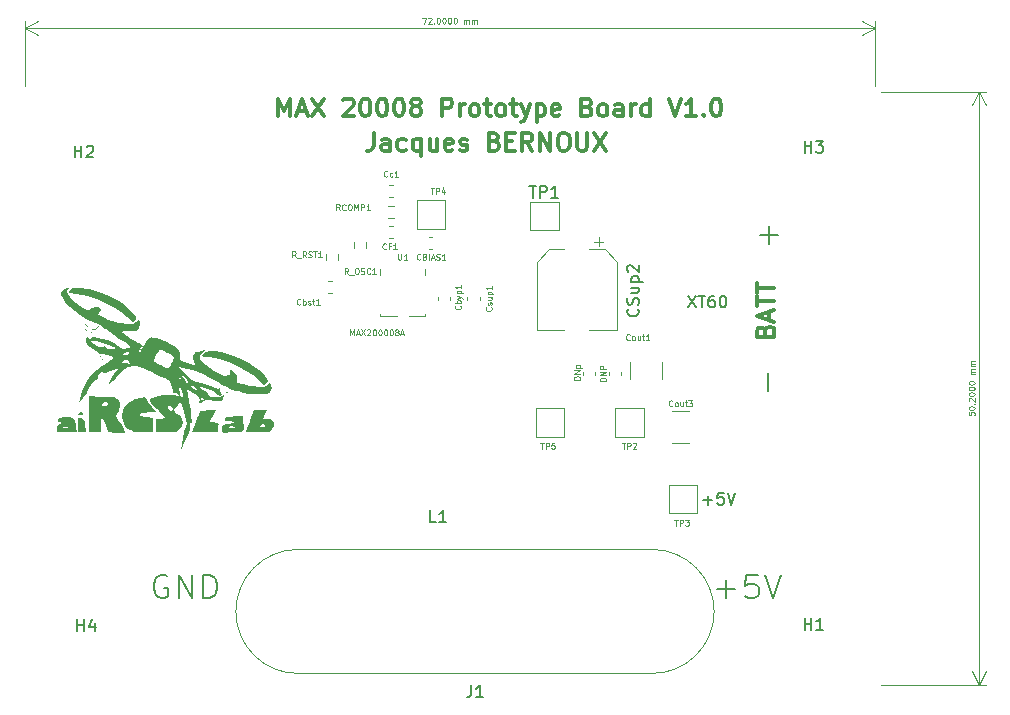
<source format=gbr>
%TF.GenerationSoftware,KiCad,Pcbnew,(6.0.8)*%
%TF.CreationDate,2023-02-08T15:19:57+01:00*%
%TF.ProjectId,power supply prototype,706f7765-7220-4737-9570-706c79207072,rev?*%
%TF.SameCoordinates,Original*%
%TF.FileFunction,Legend,Top*%
%TF.FilePolarity,Positive*%
%FSLAX46Y46*%
G04 Gerber Fmt 4.6, Leading zero omitted, Abs format (unit mm)*
G04 Created by KiCad (PCBNEW (6.0.8)) date 2023-02-08 15:19:57*
%MOMM*%
%LPD*%
G01*
G04 APERTURE LIST*
%ADD10C,0.200000*%
%ADD11C,0.300000*%
%ADD12C,0.150000*%
%ADD13C,0.100000*%
%ADD14C,0.010000*%
%ADD15C,0.120000*%
G04 APERTURE END LIST*
D10*
X162238095Y-80142857D02*
X163761904Y-80142857D01*
X163000000Y-80904761D02*
X163000000Y-79380952D01*
D11*
X121485714Y-70078571D02*
X121485714Y-68578571D01*
X121985714Y-69650000D01*
X122485714Y-68578571D01*
X122485714Y-70078571D01*
X123128571Y-69650000D02*
X123842857Y-69650000D01*
X122985714Y-70078571D02*
X123485714Y-68578571D01*
X123985714Y-70078571D01*
X124342857Y-68578571D02*
X125342857Y-70078571D01*
X125342857Y-68578571D02*
X124342857Y-70078571D01*
X126985714Y-68721428D02*
X127057142Y-68650000D01*
X127200000Y-68578571D01*
X127557142Y-68578571D01*
X127700000Y-68650000D01*
X127771428Y-68721428D01*
X127842857Y-68864285D01*
X127842857Y-69007142D01*
X127771428Y-69221428D01*
X126914285Y-70078571D01*
X127842857Y-70078571D01*
X128771428Y-68578571D02*
X128914285Y-68578571D01*
X129057142Y-68650000D01*
X129128571Y-68721428D01*
X129200000Y-68864285D01*
X129271428Y-69150000D01*
X129271428Y-69507142D01*
X129200000Y-69792857D01*
X129128571Y-69935714D01*
X129057142Y-70007142D01*
X128914285Y-70078571D01*
X128771428Y-70078571D01*
X128628571Y-70007142D01*
X128557142Y-69935714D01*
X128485714Y-69792857D01*
X128414285Y-69507142D01*
X128414285Y-69150000D01*
X128485714Y-68864285D01*
X128557142Y-68721428D01*
X128628571Y-68650000D01*
X128771428Y-68578571D01*
X130200000Y-68578571D02*
X130342857Y-68578571D01*
X130485714Y-68650000D01*
X130557142Y-68721428D01*
X130628571Y-68864285D01*
X130700000Y-69150000D01*
X130700000Y-69507142D01*
X130628571Y-69792857D01*
X130557142Y-69935714D01*
X130485714Y-70007142D01*
X130342857Y-70078571D01*
X130200000Y-70078571D01*
X130057142Y-70007142D01*
X129985714Y-69935714D01*
X129914285Y-69792857D01*
X129842857Y-69507142D01*
X129842857Y-69150000D01*
X129914285Y-68864285D01*
X129985714Y-68721428D01*
X130057142Y-68650000D01*
X130200000Y-68578571D01*
X131628571Y-68578571D02*
X131771428Y-68578571D01*
X131914285Y-68650000D01*
X131985714Y-68721428D01*
X132057142Y-68864285D01*
X132128571Y-69150000D01*
X132128571Y-69507142D01*
X132057142Y-69792857D01*
X131985714Y-69935714D01*
X131914285Y-70007142D01*
X131771428Y-70078571D01*
X131628571Y-70078571D01*
X131485714Y-70007142D01*
X131414285Y-69935714D01*
X131342857Y-69792857D01*
X131271428Y-69507142D01*
X131271428Y-69150000D01*
X131342857Y-68864285D01*
X131414285Y-68721428D01*
X131485714Y-68650000D01*
X131628571Y-68578571D01*
X132985714Y-69221428D02*
X132842857Y-69150000D01*
X132771428Y-69078571D01*
X132700000Y-68935714D01*
X132700000Y-68864285D01*
X132771428Y-68721428D01*
X132842857Y-68650000D01*
X132985714Y-68578571D01*
X133271428Y-68578571D01*
X133414285Y-68650000D01*
X133485714Y-68721428D01*
X133557142Y-68864285D01*
X133557142Y-68935714D01*
X133485714Y-69078571D01*
X133414285Y-69150000D01*
X133271428Y-69221428D01*
X132985714Y-69221428D01*
X132842857Y-69292857D01*
X132771428Y-69364285D01*
X132700000Y-69507142D01*
X132700000Y-69792857D01*
X132771428Y-69935714D01*
X132842857Y-70007142D01*
X132985714Y-70078571D01*
X133271428Y-70078571D01*
X133414285Y-70007142D01*
X133485714Y-69935714D01*
X133557142Y-69792857D01*
X133557142Y-69507142D01*
X133485714Y-69364285D01*
X133414285Y-69292857D01*
X133271428Y-69221428D01*
X135342857Y-70078571D02*
X135342857Y-68578571D01*
X135914285Y-68578571D01*
X136057142Y-68650000D01*
X136128571Y-68721428D01*
X136200000Y-68864285D01*
X136200000Y-69078571D01*
X136128571Y-69221428D01*
X136057142Y-69292857D01*
X135914285Y-69364285D01*
X135342857Y-69364285D01*
X136842857Y-70078571D02*
X136842857Y-69078571D01*
X136842857Y-69364285D02*
X136914285Y-69221428D01*
X136985714Y-69150000D01*
X137128571Y-69078571D01*
X137271428Y-69078571D01*
X137985714Y-70078571D02*
X137842857Y-70007142D01*
X137771428Y-69935714D01*
X137700000Y-69792857D01*
X137700000Y-69364285D01*
X137771428Y-69221428D01*
X137842857Y-69150000D01*
X137985714Y-69078571D01*
X138200000Y-69078571D01*
X138342857Y-69150000D01*
X138414285Y-69221428D01*
X138485714Y-69364285D01*
X138485714Y-69792857D01*
X138414285Y-69935714D01*
X138342857Y-70007142D01*
X138200000Y-70078571D01*
X137985714Y-70078571D01*
X138914285Y-69078571D02*
X139485714Y-69078571D01*
X139128571Y-68578571D02*
X139128571Y-69864285D01*
X139200000Y-70007142D01*
X139342857Y-70078571D01*
X139485714Y-70078571D01*
X140200000Y-70078571D02*
X140057142Y-70007142D01*
X139985714Y-69935714D01*
X139914285Y-69792857D01*
X139914285Y-69364285D01*
X139985714Y-69221428D01*
X140057142Y-69150000D01*
X140200000Y-69078571D01*
X140414285Y-69078571D01*
X140557142Y-69150000D01*
X140628571Y-69221428D01*
X140700000Y-69364285D01*
X140700000Y-69792857D01*
X140628571Y-69935714D01*
X140557142Y-70007142D01*
X140414285Y-70078571D01*
X140200000Y-70078571D01*
X141128571Y-69078571D02*
X141700000Y-69078571D01*
X141342857Y-68578571D02*
X141342857Y-69864285D01*
X141414285Y-70007142D01*
X141557142Y-70078571D01*
X141700000Y-70078571D01*
X142057142Y-69078571D02*
X142414285Y-70078571D01*
X142771428Y-69078571D02*
X142414285Y-70078571D01*
X142271428Y-70435714D01*
X142200000Y-70507142D01*
X142057142Y-70578571D01*
X143342857Y-69078571D02*
X143342857Y-70578571D01*
X143342857Y-69150000D02*
X143485714Y-69078571D01*
X143771428Y-69078571D01*
X143914285Y-69150000D01*
X143985714Y-69221428D01*
X144057142Y-69364285D01*
X144057142Y-69792857D01*
X143985714Y-69935714D01*
X143914285Y-70007142D01*
X143771428Y-70078571D01*
X143485714Y-70078571D01*
X143342857Y-70007142D01*
X145271428Y-70007142D02*
X145128571Y-70078571D01*
X144842857Y-70078571D01*
X144700000Y-70007142D01*
X144628571Y-69864285D01*
X144628571Y-69292857D01*
X144700000Y-69150000D01*
X144842857Y-69078571D01*
X145128571Y-69078571D01*
X145271428Y-69150000D01*
X145342857Y-69292857D01*
X145342857Y-69435714D01*
X144628571Y-69578571D01*
X147628571Y-69292857D02*
X147842857Y-69364285D01*
X147914285Y-69435714D01*
X147985714Y-69578571D01*
X147985714Y-69792857D01*
X147914285Y-69935714D01*
X147842857Y-70007142D01*
X147700000Y-70078571D01*
X147128571Y-70078571D01*
X147128571Y-68578571D01*
X147628571Y-68578571D01*
X147771428Y-68650000D01*
X147842857Y-68721428D01*
X147914285Y-68864285D01*
X147914285Y-69007142D01*
X147842857Y-69150000D01*
X147771428Y-69221428D01*
X147628571Y-69292857D01*
X147128571Y-69292857D01*
X148842857Y-70078571D02*
X148700000Y-70007142D01*
X148628571Y-69935714D01*
X148557142Y-69792857D01*
X148557142Y-69364285D01*
X148628571Y-69221428D01*
X148700000Y-69150000D01*
X148842857Y-69078571D01*
X149057142Y-69078571D01*
X149200000Y-69150000D01*
X149271428Y-69221428D01*
X149342857Y-69364285D01*
X149342857Y-69792857D01*
X149271428Y-69935714D01*
X149200000Y-70007142D01*
X149057142Y-70078571D01*
X148842857Y-70078571D01*
X150628571Y-70078571D02*
X150628571Y-69292857D01*
X150557142Y-69150000D01*
X150414285Y-69078571D01*
X150128571Y-69078571D01*
X149985714Y-69150000D01*
X150628571Y-70007142D02*
X150485714Y-70078571D01*
X150128571Y-70078571D01*
X149985714Y-70007142D01*
X149914285Y-69864285D01*
X149914285Y-69721428D01*
X149985714Y-69578571D01*
X150128571Y-69507142D01*
X150485714Y-69507142D01*
X150628571Y-69435714D01*
X151342857Y-70078571D02*
X151342857Y-69078571D01*
X151342857Y-69364285D02*
X151414285Y-69221428D01*
X151485714Y-69150000D01*
X151628571Y-69078571D01*
X151771428Y-69078571D01*
X152914285Y-70078571D02*
X152914285Y-68578571D01*
X152914285Y-70007142D02*
X152771428Y-70078571D01*
X152485714Y-70078571D01*
X152342857Y-70007142D01*
X152271428Y-69935714D01*
X152200000Y-69792857D01*
X152200000Y-69364285D01*
X152271428Y-69221428D01*
X152342857Y-69150000D01*
X152485714Y-69078571D01*
X152771428Y-69078571D01*
X152914285Y-69150000D01*
X154557142Y-68578571D02*
X155057142Y-70078571D01*
X155557142Y-68578571D01*
X156842857Y-70078571D02*
X155985714Y-70078571D01*
X156414285Y-70078571D02*
X156414285Y-68578571D01*
X156271428Y-68792857D01*
X156128571Y-68935714D01*
X155985714Y-69007142D01*
X157485714Y-69935714D02*
X157557142Y-70007142D01*
X157485714Y-70078571D01*
X157414285Y-70007142D01*
X157485714Y-69935714D01*
X157485714Y-70078571D01*
X158485714Y-68578571D02*
X158628571Y-68578571D01*
X158771428Y-68650000D01*
X158842857Y-68721428D01*
X158914285Y-68864285D01*
X158985714Y-69150000D01*
X158985714Y-69507142D01*
X158914285Y-69792857D01*
X158842857Y-69935714D01*
X158771428Y-70007142D01*
X158628571Y-70078571D01*
X158485714Y-70078571D01*
X158342857Y-70007142D01*
X158271428Y-69935714D01*
X158200000Y-69792857D01*
X158128571Y-69507142D01*
X158128571Y-69150000D01*
X158200000Y-68864285D01*
X158271428Y-68721428D01*
X158342857Y-68650000D01*
X158485714Y-68578571D01*
X129564285Y-71478571D02*
X129564285Y-72550000D01*
X129492857Y-72764285D01*
X129350000Y-72907142D01*
X129135714Y-72978571D01*
X128992857Y-72978571D01*
X130921428Y-72978571D02*
X130921428Y-72192857D01*
X130850000Y-72050000D01*
X130707142Y-71978571D01*
X130421428Y-71978571D01*
X130278571Y-72050000D01*
X130921428Y-72907142D02*
X130778571Y-72978571D01*
X130421428Y-72978571D01*
X130278571Y-72907142D01*
X130207142Y-72764285D01*
X130207142Y-72621428D01*
X130278571Y-72478571D01*
X130421428Y-72407142D01*
X130778571Y-72407142D01*
X130921428Y-72335714D01*
X132278571Y-72907142D02*
X132135714Y-72978571D01*
X131850000Y-72978571D01*
X131707142Y-72907142D01*
X131635714Y-72835714D01*
X131564285Y-72692857D01*
X131564285Y-72264285D01*
X131635714Y-72121428D01*
X131707142Y-72050000D01*
X131850000Y-71978571D01*
X132135714Y-71978571D01*
X132278571Y-72050000D01*
X133564285Y-71978571D02*
X133564285Y-73478571D01*
X133564285Y-72907142D02*
X133421428Y-72978571D01*
X133135714Y-72978571D01*
X132992857Y-72907142D01*
X132921428Y-72835714D01*
X132850000Y-72692857D01*
X132850000Y-72264285D01*
X132921428Y-72121428D01*
X132992857Y-72050000D01*
X133135714Y-71978571D01*
X133421428Y-71978571D01*
X133564285Y-72050000D01*
X134921428Y-71978571D02*
X134921428Y-72978571D01*
X134278571Y-71978571D02*
X134278571Y-72764285D01*
X134350000Y-72907142D01*
X134492857Y-72978571D01*
X134707142Y-72978571D01*
X134850000Y-72907142D01*
X134921428Y-72835714D01*
X136207142Y-72907142D02*
X136064285Y-72978571D01*
X135778571Y-72978571D01*
X135635714Y-72907142D01*
X135564285Y-72764285D01*
X135564285Y-72192857D01*
X135635714Y-72050000D01*
X135778571Y-71978571D01*
X136064285Y-71978571D01*
X136207142Y-72050000D01*
X136278571Y-72192857D01*
X136278571Y-72335714D01*
X135564285Y-72478571D01*
X136850000Y-72907142D02*
X136992857Y-72978571D01*
X137278571Y-72978571D01*
X137421428Y-72907142D01*
X137492857Y-72764285D01*
X137492857Y-72692857D01*
X137421428Y-72550000D01*
X137278571Y-72478571D01*
X137064285Y-72478571D01*
X136921428Y-72407142D01*
X136850000Y-72264285D01*
X136850000Y-72192857D01*
X136921428Y-72050000D01*
X137064285Y-71978571D01*
X137278571Y-71978571D01*
X137421428Y-72050000D01*
X139778571Y-72192857D02*
X139992857Y-72264285D01*
X140064285Y-72335714D01*
X140135714Y-72478571D01*
X140135714Y-72692857D01*
X140064285Y-72835714D01*
X139992857Y-72907142D01*
X139850000Y-72978571D01*
X139278571Y-72978571D01*
X139278571Y-71478571D01*
X139778571Y-71478571D01*
X139921428Y-71550000D01*
X139992857Y-71621428D01*
X140064285Y-71764285D01*
X140064285Y-71907142D01*
X139992857Y-72050000D01*
X139921428Y-72121428D01*
X139778571Y-72192857D01*
X139278571Y-72192857D01*
X140778571Y-72192857D02*
X141278571Y-72192857D01*
X141492857Y-72978571D02*
X140778571Y-72978571D01*
X140778571Y-71478571D01*
X141492857Y-71478571D01*
X142992857Y-72978571D02*
X142492857Y-72264285D01*
X142135714Y-72978571D02*
X142135714Y-71478571D01*
X142707142Y-71478571D01*
X142850000Y-71550000D01*
X142921428Y-71621428D01*
X142992857Y-71764285D01*
X142992857Y-71978571D01*
X142921428Y-72121428D01*
X142850000Y-72192857D01*
X142707142Y-72264285D01*
X142135714Y-72264285D01*
X143635714Y-72978571D02*
X143635714Y-71478571D01*
X144492857Y-72978571D01*
X144492857Y-71478571D01*
X145492857Y-71478571D02*
X145778571Y-71478571D01*
X145921428Y-71550000D01*
X146064285Y-71692857D01*
X146135714Y-71978571D01*
X146135714Y-72478571D01*
X146064285Y-72764285D01*
X145921428Y-72907142D01*
X145778571Y-72978571D01*
X145492857Y-72978571D01*
X145350000Y-72907142D01*
X145207142Y-72764285D01*
X145135714Y-72478571D01*
X145135714Y-71978571D01*
X145207142Y-71692857D01*
X145350000Y-71550000D01*
X145492857Y-71478571D01*
X146778571Y-71478571D02*
X146778571Y-72692857D01*
X146850000Y-72835714D01*
X146921428Y-72907142D01*
X147064285Y-72978571D01*
X147350000Y-72978571D01*
X147492857Y-72907142D01*
X147564285Y-72835714D01*
X147635714Y-72692857D01*
X147635714Y-71478571D01*
X148207142Y-71478571D02*
X149207142Y-72978571D01*
X149207142Y-71478571D02*
X148207142Y-72978571D01*
D10*
X162942857Y-93361904D02*
X162942857Y-91838095D01*
X112076190Y-109000000D02*
X111885714Y-108904761D01*
X111600000Y-108904761D01*
X111314285Y-109000000D01*
X111123809Y-109190476D01*
X111028571Y-109380952D01*
X110933333Y-109761904D01*
X110933333Y-110047619D01*
X111028571Y-110428571D01*
X111123809Y-110619047D01*
X111314285Y-110809523D01*
X111600000Y-110904761D01*
X111790476Y-110904761D01*
X112076190Y-110809523D01*
X112171428Y-110714285D01*
X112171428Y-110047619D01*
X111790476Y-110047619D01*
X113028571Y-110904761D02*
X113028571Y-108904761D01*
X114171428Y-110904761D01*
X114171428Y-108904761D01*
X115123809Y-110904761D02*
X115123809Y-108904761D01*
X115600000Y-108904761D01*
X115885714Y-109000000D01*
X116076190Y-109190476D01*
X116171428Y-109380952D01*
X116266666Y-109761904D01*
X116266666Y-110047619D01*
X116171428Y-110428571D01*
X116076190Y-110619047D01*
X115885714Y-110809523D01*
X115600000Y-110904761D01*
X115123809Y-110904761D01*
X158628571Y-110142857D02*
X160152380Y-110142857D01*
X159390476Y-110904761D02*
X159390476Y-109380952D01*
X162057142Y-108904761D02*
X161104761Y-108904761D01*
X161009523Y-109857142D01*
X161104761Y-109761904D01*
X161295238Y-109666666D01*
X161771428Y-109666666D01*
X161961904Y-109761904D01*
X162057142Y-109857142D01*
X162152380Y-110047619D01*
X162152380Y-110523809D01*
X162057142Y-110714285D01*
X161961904Y-110809523D01*
X161771428Y-110904761D01*
X161295238Y-110904761D01*
X161104761Y-110809523D01*
X161009523Y-110714285D01*
X162723809Y-108904761D02*
X163390476Y-110904761D01*
X164057142Y-108904761D01*
D11*
X162692857Y-88250000D02*
X162764285Y-88035714D01*
X162835714Y-87964285D01*
X162978571Y-87892857D01*
X163192857Y-87892857D01*
X163335714Y-87964285D01*
X163407142Y-88035714D01*
X163478571Y-88178571D01*
X163478571Y-88750000D01*
X161978571Y-88750000D01*
X161978571Y-88250000D01*
X162050000Y-88107142D01*
X162121428Y-88035714D01*
X162264285Y-87964285D01*
X162407142Y-87964285D01*
X162550000Y-88035714D01*
X162621428Y-88107142D01*
X162692857Y-88250000D01*
X162692857Y-88750000D01*
X163050000Y-87321428D02*
X163050000Y-86607142D01*
X163478571Y-87464285D02*
X161978571Y-86964285D01*
X163478571Y-86464285D01*
X161978571Y-86178571D02*
X161978571Y-85321428D01*
X163478571Y-85750000D02*
X161978571Y-85750000D01*
X161978571Y-85035714D02*
X161978571Y-84178571D01*
X163478571Y-84607142D02*
X161978571Y-84607142D01*
D12*
X157464285Y-102571428D02*
X158226190Y-102571428D01*
X157845238Y-102952380D02*
X157845238Y-102190476D01*
X159178571Y-101952380D02*
X158702380Y-101952380D01*
X158654761Y-102428571D01*
X158702380Y-102380952D01*
X158797619Y-102333333D01*
X159035714Y-102333333D01*
X159130952Y-102380952D01*
X159178571Y-102428571D01*
X159226190Y-102523809D01*
X159226190Y-102761904D01*
X159178571Y-102857142D01*
X159130952Y-102904761D01*
X159035714Y-102952380D01*
X158797619Y-102952380D01*
X158702380Y-102904761D01*
X158654761Y-102857142D01*
X159511904Y-101952380D02*
X159845238Y-102952380D01*
X160178571Y-101952380D01*
D13*
X133666666Y-61726190D02*
X134000000Y-61726190D01*
X133785714Y-62226190D01*
X134166666Y-61773809D02*
X134190476Y-61750000D01*
X134238095Y-61726190D01*
X134357142Y-61726190D01*
X134404761Y-61750000D01*
X134428571Y-61773809D01*
X134452380Y-61821428D01*
X134452380Y-61869047D01*
X134428571Y-61940476D01*
X134142857Y-62226190D01*
X134452380Y-62226190D01*
X134666666Y-62178571D02*
X134690476Y-62202380D01*
X134666666Y-62226190D01*
X134642857Y-62202380D01*
X134666666Y-62178571D01*
X134666666Y-62226190D01*
X135000000Y-61726190D02*
X135047619Y-61726190D01*
X135095238Y-61750000D01*
X135119047Y-61773809D01*
X135142857Y-61821428D01*
X135166666Y-61916666D01*
X135166666Y-62035714D01*
X135142857Y-62130952D01*
X135119047Y-62178571D01*
X135095238Y-62202380D01*
X135047619Y-62226190D01*
X135000000Y-62226190D01*
X134952380Y-62202380D01*
X134928571Y-62178571D01*
X134904761Y-62130952D01*
X134880952Y-62035714D01*
X134880952Y-61916666D01*
X134904761Y-61821428D01*
X134928571Y-61773809D01*
X134952380Y-61750000D01*
X135000000Y-61726190D01*
X135476190Y-61726190D02*
X135523809Y-61726190D01*
X135571428Y-61750000D01*
X135595238Y-61773809D01*
X135619047Y-61821428D01*
X135642857Y-61916666D01*
X135642857Y-62035714D01*
X135619047Y-62130952D01*
X135595238Y-62178571D01*
X135571428Y-62202380D01*
X135523809Y-62226190D01*
X135476190Y-62226190D01*
X135428571Y-62202380D01*
X135404761Y-62178571D01*
X135380952Y-62130952D01*
X135357142Y-62035714D01*
X135357142Y-61916666D01*
X135380952Y-61821428D01*
X135404761Y-61773809D01*
X135428571Y-61750000D01*
X135476190Y-61726190D01*
X135952380Y-61726190D02*
X136000000Y-61726190D01*
X136047619Y-61750000D01*
X136071428Y-61773809D01*
X136095238Y-61821428D01*
X136119047Y-61916666D01*
X136119047Y-62035714D01*
X136095238Y-62130952D01*
X136071428Y-62178571D01*
X136047619Y-62202380D01*
X136000000Y-62226190D01*
X135952380Y-62226190D01*
X135904761Y-62202380D01*
X135880952Y-62178571D01*
X135857142Y-62130952D01*
X135833333Y-62035714D01*
X135833333Y-61916666D01*
X135857142Y-61821428D01*
X135880952Y-61773809D01*
X135904761Y-61750000D01*
X135952380Y-61726190D01*
X136428571Y-61726190D02*
X136476190Y-61726190D01*
X136523809Y-61750000D01*
X136547619Y-61773809D01*
X136571428Y-61821428D01*
X136595238Y-61916666D01*
X136595238Y-62035714D01*
X136571428Y-62130952D01*
X136547619Y-62178571D01*
X136523809Y-62202380D01*
X136476190Y-62226190D01*
X136428571Y-62226190D01*
X136380952Y-62202380D01*
X136357142Y-62178571D01*
X136333333Y-62130952D01*
X136309523Y-62035714D01*
X136309523Y-61916666D01*
X136333333Y-61821428D01*
X136357142Y-61773809D01*
X136380952Y-61750000D01*
X136428571Y-61726190D01*
X137190476Y-62226190D02*
X137190476Y-61892857D01*
X137190476Y-61940476D02*
X137214285Y-61916666D01*
X137261904Y-61892857D01*
X137333333Y-61892857D01*
X137380952Y-61916666D01*
X137404761Y-61964285D01*
X137404761Y-62226190D01*
X137404761Y-61964285D02*
X137428571Y-61916666D01*
X137476190Y-61892857D01*
X137547619Y-61892857D01*
X137595238Y-61916666D01*
X137619047Y-61964285D01*
X137619047Y-62226190D01*
X137857142Y-62226190D02*
X137857142Y-61892857D01*
X137857142Y-61940476D02*
X137880952Y-61916666D01*
X137928571Y-61892857D01*
X138000000Y-61892857D01*
X138047619Y-61916666D01*
X138071428Y-61964285D01*
X138071428Y-62226190D01*
X138071428Y-61964285D02*
X138095238Y-61916666D01*
X138142857Y-61892857D01*
X138214285Y-61892857D01*
X138261904Y-61916666D01*
X138285714Y-61964285D01*
X138285714Y-62226190D01*
X172000000Y-67500000D02*
X172000000Y-62013580D01*
X100000000Y-67500000D02*
X100000000Y-62013580D01*
X172000000Y-62600000D02*
X100000000Y-62600000D01*
X172000000Y-62600000D02*
X100000000Y-62600000D01*
X172000000Y-62600000D02*
X170873496Y-62013579D01*
X172000000Y-62600000D02*
X170873496Y-63186421D01*
X100000000Y-62600000D02*
X101126504Y-63186421D01*
X100000000Y-62600000D02*
X101126504Y-62013579D01*
X179926190Y-95147619D02*
X179926190Y-95385714D01*
X180164285Y-95409523D01*
X180140476Y-95385714D01*
X180116666Y-95338095D01*
X180116666Y-95219047D01*
X180140476Y-95171428D01*
X180164285Y-95147619D01*
X180211904Y-95123809D01*
X180330952Y-95123809D01*
X180378571Y-95147619D01*
X180402380Y-95171428D01*
X180426190Y-95219047D01*
X180426190Y-95338095D01*
X180402380Y-95385714D01*
X180378571Y-95409523D01*
X179926190Y-94814285D02*
X179926190Y-94766666D01*
X179950000Y-94719047D01*
X179973809Y-94695238D01*
X180021428Y-94671428D01*
X180116666Y-94647619D01*
X180235714Y-94647619D01*
X180330952Y-94671428D01*
X180378571Y-94695238D01*
X180402380Y-94719047D01*
X180426190Y-94766666D01*
X180426190Y-94814285D01*
X180402380Y-94861904D01*
X180378571Y-94885714D01*
X180330952Y-94909523D01*
X180235714Y-94933333D01*
X180116666Y-94933333D01*
X180021428Y-94909523D01*
X179973809Y-94885714D01*
X179950000Y-94861904D01*
X179926190Y-94814285D01*
X180378571Y-94433333D02*
X180402380Y-94409523D01*
X180426190Y-94433333D01*
X180402380Y-94457142D01*
X180378571Y-94433333D01*
X180426190Y-94433333D01*
X179973809Y-94219047D02*
X179950000Y-94195238D01*
X179926190Y-94147619D01*
X179926190Y-94028571D01*
X179950000Y-93980952D01*
X179973809Y-93957142D01*
X180021428Y-93933333D01*
X180069047Y-93933333D01*
X180140476Y-93957142D01*
X180426190Y-94242857D01*
X180426190Y-93933333D01*
X179926190Y-93623809D02*
X179926190Y-93576190D01*
X179950000Y-93528571D01*
X179973809Y-93504761D01*
X180021428Y-93480952D01*
X180116666Y-93457142D01*
X180235714Y-93457142D01*
X180330952Y-93480952D01*
X180378571Y-93504761D01*
X180402380Y-93528571D01*
X180426190Y-93576190D01*
X180426190Y-93623809D01*
X180402380Y-93671428D01*
X180378571Y-93695238D01*
X180330952Y-93719047D01*
X180235714Y-93742857D01*
X180116666Y-93742857D01*
X180021428Y-93719047D01*
X179973809Y-93695238D01*
X179950000Y-93671428D01*
X179926190Y-93623809D01*
X179926190Y-93147619D02*
X179926190Y-93100000D01*
X179950000Y-93052380D01*
X179973809Y-93028571D01*
X180021428Y-93004761D01*
X180116666Y-92980952D01*
X180235714Y-92980952D01*
X180330952Y-93004761D01*
X180378571Y-93028571D01*
X180402380Y-93052380D01*
X180426190Y-93100000D01*
X180426190Y-93147619D01*
X180402380Y-93195238D01*
X180378571Y-93219047D01*
X180330952Y-93242857D01*
X180235714Y-93266666D01*
X180116666Y-93266666D01*
X180021428Y-93242857D01*
X179973809Y-93219047D01*
X179950000Y-93195238D01*
X179926190Y-93147619D01*
X179926190Y-92671428D02*
X179926190Y-92623809D01*
X179950000Y-92576190D01*
X179973809Y-92552380D01*
X180021428Y-92528571D01*
X180116666Y-92504761D01*
X180235714Y-92504761D01*
X180330952Y-92528571D01*
X180378571Y-92552380D01*
X180402380Y-92576190D01*
X180426190Y-92623809D01*
X180426190Y-92671428D01*
X180402380Y-92719047D01*
X180378571Y-92742857D01*
X180330952Y-92766666D01*
X180235714Y-92790476D01*
X180116666Y-92790476D01*
X180021428Y-92766666D01*
X179973809Y-92742857D01*
X179950000Y-92719047D01*
X179926190Y-92671428D01*
X180426190Y-91909523D02*
X180092857Y-91909523D01*
X180140476Y-91909523D02*
X180116666Y-91885714D01*
X180092857Y-91838095D01*
X180092857Y-91766666D01*
X180116666Y-91719047D01*
X180164285Y-91695238D01*
X180426190Y-91695238D01*
X180164285Y-91695238D02*
X180116666Y-91671428D01*
X180092857Y-91623809D01*
X180092857Y-91552380D01*
X180116666Y-91504761D01*
X180164285Y-91480952D01*
X180426190Y-91480952D01*
X180426190Y-91242857D02*
X180092857Y-91242857D01*
X180140476Y-91242857D02*
X180116666Y-91219047D01*
X180092857Y-91171428D01*
X180092857Y-91100000D01*
X180116666Y-91052380D01*
X180164285Y-91028571D01*
X180426190Y-91028571D01*
X180164285Y-91028571D02*
X180116666Y-91004761D01*
X180092857Y-90957142D01*
X180092857Y-90885714D01*
X180116666Y-90838095D01*
X180164285Y-90814285D01*
X180426190Y-90814285D01*
X172500000Y-118200000D02*
X181386420Y-118200000D01*
X172500000Y-68000000D02*
X181386420Y-68000000D01*
X180800000Y-118200000D02*
X180800000Y-68000000D01*
X180800000Y-118200000D02*
X180800000Y-68000000D01*
X180800000Y-118200000D02*
X181386421Y-117073496D01*
X180800000Y-118200000D02*
X180213579Y-117073496D01*
X180800000Y-68000000D02*
X180213579Y-69126504D01*
X180800000Y-68000000D02*
X181386421Y-69126504D01*
%TO.C,U1*%
X131619047Y-81726190D02*
X131619047Y-82130952D01*
X131642857Y-82178571D01*
X131666666Y-82202380D01*
X131714285Y-82226190D01*
X131809523Y-82226190D01*
X131857142Y-82202380D01*
X131880952Y-82178571D01*
X131904761Y-82130952D01*
X131904761Y-81726190D01*
X132404761Y-82226190D02*
X132119047Y-82226190D01*
X132261904Y-82226190D02*
X132261904Y-81726190D01*
X132214285Y-81797619D01*
X132166666Y-81845238D01*
X132119047Y-81869047D01*
D14*
X127538095Y-88626190D02*
X127538095Y-88126190D01*
X127704761Y-88483333D01*
X127871428Y-88126190D01*
X127871428Y-88626190D01*
X128085714Y-88483333D02*
X128323809Y-88483333D01*
X128038095Y-88626190D02*
X128204761Y-88126190D01*
X128371428Y-88626190D01*
X128490476Y-88126190D02*
X128823809Y-88626190D01*
X128823809Y-88126190D02*
X128490476Y-88626190D01*
X128990476Y-88173809D02*
X129014285Y-88150000D01*
X129061904Y-88126190D01*
X129180952Y-88126190D01*
X129228571Y-88150000D01*
X129252380Y-88173809D01*
X129276190Y-88221428D01*
X129276190Y-88269047D01*
X129252380Y-88340476D01*
X128966666Y-88626190D01*
X129276190Y-88626190D01*
X129585714Y-88126190D02*
X129633333Y-88126190D01*
X129680952Y-88150000D01*
X129704761Y-88173809D01*
X129728571Y-88221428D01*
X129752380Y-88316666D01*
X129752380Y-88435714D01*
X129728571Y-88530952D01*
X129704761Y-88578571D01*
X129680952Y-88602380D01*
X129633333Y-88626190D01*
X129585714Y-88626190D01*
X129538095Y-88602380D01*
X129514285Y-88578571D01*
X129490476Y-88530952D01*
X129466666Y-88435714D01*
X129466666Y-88316666D01*
X129490476Y-88221428D01*
X129514285Y-88173809D01*
X129538095Y-88150000D01*
X129585714Y-88126190D01*
X130061904Y-88126190D02*
X130109523Y-88126190D01*
X130157142Y-88150000D01*
X130180952Y-88173809D01*
X130204761Y-88221428D01*
X130228571Y-88316666D01*
X130228571Y-88435714D01*
X130204761Y-88530952D01*
X130180952Y-88578571D01*
X130157142Y-88602380D01*
X130109523Y-88626190D01*
X130061904Y-88626190D01*
X130014285Y-88602380D01*
X129990476Y-88578571D01*
X129966666Y-88530952D01*
X129942857Y-88435714D01*
X129942857Y-88316666D01*
X129966666Y-88221428D01*
X129990476Y-88173809D01*
X130014285Y-88150000D01*
X130061904Y-88126190D01*
X130538095Y-88126190D02*
X130585714Y-88126190D01*
X130633333Y-88150000D01*
X130657142Y-88173809D01*
X130680952Y-88221428D01*
X130704761Y-88316666D01*
X130704761Y-88435714D01*
X130680952Y-88530952D01*
X130657142Y-88578571D01*
X130633333Y-88602380D01*
X130585714Y-88626190D01*
X130538095Y-88626190D01*
X130490476Y-88602380D01*
X130466666Y-88578571D01*
X130442857Y-88530952D01*
X130419047Y-88435714D01*
X130419047Y-88316666D01*
X130442857Y-88221428D01*
X130466666Y-88173809D01*
X130490476Y-88150000D01*
X130538095Y-88126190D01*
X131014285Y-88126190D02*
X131061904Y-88126190D01*
X131109523Y-88150000D01*
X131133333Y-88173809D01*
X131157142Y-88221428D01*
X131180952Y-88316666D01*
X131180952Y-88435714D01*
X131157142Y-88530952D01*
X131133333Y-88578571D01*
X131109523Y-88602380D01*
X131061904Y-88626190D01*
X131014285Y-88626190D01*
X130966666Y-88602380D01*
X130942857Y-88578571D01*
X130919047Y-88530952D01*
X130895238Y-88435714D01*
X130895238Y-88316666D01*
X130919047Y-88221428D01*
X130942857Y-88173809D01*
X130966666Y-88150000D01*
X131014285Y-88126190D01*
X131466666Y-88340476D02*
X131419047Y-88316666D01*
X131395238Y-88292857D01*
X131371428Y-88245238D01*
X131371428Y-88221428D01*
X131395238Y-88173809D01*
X131419047Y-88150000D01*
X131466666Y-88126190D01*
X131561904Y-88126190D01*
X131609523Y-88150000D01*
X131633333Y-88173809D01*
X131657142Y-88221428D01*
X131657142Y-88245238D01*
X131633333Y-88292857D01*
X131609523Y-88316666D01*
X131561904Y-88340476D01*
X131466666Y-88340476D01*
X131419047Y-88364285D01*
X131395238Y-88388095D01*
X131371428Y-88435714D01*
X131371428Y-88530952D01*
X131395238Y-88578571D01*
X131419047Y-88602380D01*
X131466666Y-88626190D01*
X131561904Y-88626190D01*
X131609523Y-88602380D01*
X131633333Y-88578571D01*
X131657142Y-88530952D01*
X131657142Y-88435714D01*
X131633333Y-88388095D01*
X131609523Y-88364285D01*
X131561904Y-88340476D01*
X131847619Y-88483333D02*
X132085714Y-88483333D01*
X131800000Y-88626190D02*
X131966666Y-88126190D01*
X132133333Y-88626190D01*
D13*
%TO.C,Cbyp1*%
X136878571Y-86126190D02*
X136902380Y-86150000D01*
X136926190Y-86221428D01*
X136926190Y-86269047D01*
X136902380Y-86340476D01*
X136854761Y-86388095D01*
X136807142Y-86411904D01*
X136711904Y-86435714D01*
X136640476Y-86435714D01*
X136545238Y-86411904D01*
X136497619Y-86388095D01*
X136450000Y-86340476D01*
X136426190Y-86269047D01*
X136426190Y-86221428D01*
X136450000Y-86150000D01*
X136473809Y-86126190D01*
X136926190Y-85911904D02*
X136426190Y-85911904D01*
X136616666Y-85911904D02*
X136592857Y-85864285D01*
X136592857Y-85769047D01*
X136616666Y-85721428D01*
X136640476Y-85697619D01*
X136688095Y-85673809D01*
X136830952Y-85673809D01*
X136878571Y-85697619D01*
X136902380Y-85721428D01*
X136926190Y-85769047D01*
X136926190Y-85864285D01*
X136902380Y-85911904D01*
X136592857Y-85507142D02*
X136926190Y-85388095D01*
X136592857Y-85269047D02*
X136926190Y-85388095D01*
X137045238Y-85435714D01*
X137069047Y-85459523D01*
X137092857Y-85507142D01*
X136592857Y-85078571D02*
X137092857Y-85078571D01*
X136616666Y-85078571D02*
X136592857Y-85030952D01*
X136592857Y-84935714D01*
X136616666Y-84888095D01*
X136640476Y-84864285D01*
X136688095Y-84840476D01*
X136830952Y-84840476D01*
X136878571Y-84864285D01*
X136902380Y-84888095D01*
X136926190Y-84935714D01*
X136926190Y-85030952D01*
X136902380Y-85078571D01*
X136926190Y-84364285D02*
X136926190Y-84650000D01*
X136926190Y-84507142D02*
X136426190Y-84507142D01*
X136497619Y-84554761D01*
X136545238Y-84602380D01*
X136569047Y-84650000D01*
%TO.C,TP4*%
X134369047Y-76128190D02*
X134654761Y-76128190D01*
X134511904Y-76628190D02*
X134511904Y-76128190D01*
X134821428Y-76628190D02*
X134821428Y-76128190D01*
X135011904Y-76128190D01*
X135059523Y-76152000D01*
X135083333Y-76175809D01*
X135107142Y-76223428D01*
X135107142Y-76294857D01*
X135083333Y-76342476D01*
X135059523Y-76366285D01*
X135011904Y-76390095D01*
X134821428Y-76390095D01*
X135535714Y-76294857D02*
X135535714Y-76628190D01*
X135416666Y-76104380D02*
X135297619Y-76461523D01*
X135607142Y-76461523D01*
%TO.C,DNp*%
X147026190Y-92381547D02*
X146526190Y-92381547D01*
X146526190Y-92262500D01*
X146550000Y-92191071D01*
X146597619Y-92143452D01*
X146645238Y-92119642D01*
X146740476Y-92095833D01*
X146811904Y-92095833D01*
X146907142Y-92119642D01*
X146954761Y-92143452D01*
X147002380Y-92191071D01*
X147026190Y-92262500D01*
X147026190Y-92381547D01*
X147026190Y-91881547D02*
X146526190Y-91881547D01*
X147026190Y-91595833D01*
X146526190Y-91595833D01*
X146692857Y-91357738D02*
X147192857Y-91357738D01*
X146716666Y-91357738D02*
X146692857Y-91310119D01*
X146692857Y-91214880D01*
X146716666Y-91167261D01*
X146740476Y-91143452D01*
X146788095Y-91119642D01*
X146930952Y-91119642D01*
X146978571Y-91143452D01*
X147002380Y-91167261D01*
X147026190Y-91214880D01*
X147026190Y-91310119D01*
X147002380Y-91357738D01*
D12*
%TO.C,H2*%
X104238095Y-73552380D02*
X104238095Y-72552380D01*
X104238095Y-73028571D02*
X104809523Y-73028571D01*
X104809523Y-73552380D02*
X104809523Y-72552380D01*
X105238095Y-72647619D02*
X105285714Y-72600000D01*
X105380952Y-72552380D01*
X105619047Y-72552380D01*
X105714285Y-72600000D01*
X105761904Y-72647619D01*
X105809523Y-72742857D01*
X105809523Y-72838095D01*
X105761904Y-72980952D01*
X105190476Y-73552380D01*
X105809523Y-73552380D01*
D13*
%TO.C,Cc1*%
X130702380Y-75148571D02*
X130678571Y-75172380D01*
X130607142Y-75196190D01*
X130559523Y-75196190D01*
X130488095Y-75172380D01*
X130440476Y-75124761D01*
X130416666Y-75077142D01*
X130392857Y-74981904D01*
X130392857Y-74910476D01*
X130416666Y-74815238D01*
X130440476Y-74767619D01*
X130488095Y-74720000D01*
X130559523Y-74696190D01*
X130607142Y-74696190D01*
X130678571Y-74720000D01*
X130702380Y-74743809D01*
X131130952Y-75172380D02*
X131083333Y-75196190D01*
X130988095Y-75196190D01*
X130940476Y-75172380D01*
X130916666Y-75148571D01*
X130892857Y-75100952D01*
X130892857Y-74958095D01*
X130916666Y-74910476D01*
X130940476Y-74886666D01*
X130988095Y-74862857D01*
X131083333Y-74862857D01*
X131130952Y-74886666D01*
X131607142Y-75196190D02*
X131321428Y-75196190D01*
X131464285Y-75196190D02*
X131464285Y-74696190D01*
X131416666Y-74767619D01*
X131369047Y-74815238D01*
X131321428Y-74839047D01*
%TO.C,Cout3*%
X154846428Y-94578571D02*
X154822619Y-94602380D01*
X154751190Y-94626190D01*
X154703571Y-94626190D01*
X154632142Y-94602380D01*
X154584523Y-94554761D01*
X154560714Y-94507142D01*
X154536904Y-94411904D01*
X154536904Y-94340476D01*
X154560714Y-94245238D01*
X154584523Y-94197619D01*
X154632142Y-94150000D01*
X154703571Y-94126190D01*
X154751190Y-94126190D01*
X154822619Y-94150000D01*
X154846428Y-94173809D01*
X155132142Y-94626190D02*
X155084523Y-94602380D01*
X155060714Y-94578571D01*
X155036904Y-94530952D01*
X155036904Y-94388095D01*
X155060714Y-94340476D01*
X155084523Y-94316666D01*
X155132142Y-94292857D01*
X155203571Y-94292857D01*
X155251190Y-94316666D01*
X155275000Y-94340476D01*
X155298809Y-94388095D01*
X155298809Y-94530952D01*
X155275000Y-94578571D01*
X155251190Y-94602380D01*
X155203571Y-94626190D01*
X155132142Y-94626190D01*
X155727380Y-94292857D02*
X155727380Y-94626190D01*
X155513095Y-94292857D02*
X155513095Y-94554761D01*
X155536904Y-94602380D01*
X155584523Y-94626190D01*
X155655952Y-94626190D01*
X155703571Y-94602380D01*
X155727380Y-94578571D01*
X155894047Y-94292857D02*
X156084523Y-94292857D01*
X155965476Y-94126190D02*
X155965476Y-94554761D01*
X155989285Y-94602380D01*
X156036904Y-94626190D01*
X156084523Y-94626190D01*
X156203571Y-94126190D02*
X156513095Y-94126190D01*
X156346428Y-94316666D01*
X156417857Y-94316666D01*
X156465476Y-94340476D01*
X156489285Y-94364285D01*
X156513095Y-94411904D01*
X156513095Y-94530952D01*
X156489285Y-94578571D01*
X156465476Y-94602380D01*
X156417857Y-94626190D01*
X156275000Y-94626190D01*
X156227380Y-94602380D01*
X156203571Y-94578571D01*
D12*
%TO.C,H1*%
X166038095Y-113552380D02*
X166038095Y-112552380D01*
X166038095Y-113028571D02*
X166609523Y-113028571D01*
X166609523Y-113552380D02*
X166609523Y-112552380D01*
X167609523Y-113552380D02*
X167038095Y-113552380D01*
X167323809Y-113552380D02*
X167323809Y-112552380D01*
X167228571Y-112695238D01*
X167133333Y-112790476D01*
X167038095Y-112838095D01*
%TO.C,L1*%
X134833333Y-104452380D02*
X134357142Y-104452380D01*
X134357142Y-103452380D01*
X135690476Y-104452380D02*
X135119047Y-104452380D01*
X135404761Y-104452380D02*
X135404761Y-103452380D01*
X135309523Y-103595238D01*
X135214285Y-103690476D01*
X135119047Y-103738095D01*
%TO.C,TP1*%
X142738095Y-75954380D02*
X143309523Y-75954380D01*
X143023809Y-76954380D02*
X143023809Y-75954380D01*
X143642857Y-76954380D02*
X143642857Y-75954380D01*
X144023809Y-75954380D01*
X144119047Y-76002000D01*
X144166666Y-76049619D01*
X144214285Y-76144857D01*
X144214285Y-76287714D01*
X144166666Y-76382952D01*
X144119047Y-76430571D01*
X144023809Y-76478190D01*
X143642857Y-76478190D01*
X145166666Y-76954380D02*
X144595238Y-76954380D01*
X144880952Y-76954380D02*
X144880952Y-75954380D01*
X144785714Y-76097238D01*
X144690476Y-76192476D01*
X144595238Y-76240095D01*
%TO.C,H3*%
X166038095Y-73152380D02*
X166038095Y-72152380D01*
X166038095Y-72628571D02*
X166609523Y-72628571D01*
X166609523Y-73152380D02*
X166609523Y-72152380D01*
X166990476Y-72152380D02*
X167609523Y-72152380D01*
X167276190Y-72533333D01*
X167419047Y-72533333D01*
X167514285Y-72580952D01*
X167561904Y-72628571D01*
X167609523Y-72723809D01*
X167609523Y-72961904D01*
X167561904Y-73057142D01*
X167514285Y-73104761D01*
X167419047Y-73152380D01*
X167133333Y-73152380D01*
X167038095Y-73104761D01*
X166990476Y-73057142D01*
D13*
%TO.C,CF1*%
X130602380Y-81278571D02*
X130578571Y-81302380D01*
X130507142Y-81326190D01*
X130459523Y-81326190D01*
X130388095Y-81302380D01*
X130340476Y-81254761D01*
X130316666Y-81207142D01*
X130292857Y-81111904D01*
X130292857Y-81040476D01*
X130316666Y-80945238D01*
X130340476Y-80897619D01*
X130388095Y-80850000D01*
X130459523Y-80826190D01*
X130507142Y-80826190D01*
X130578571Y-80850000D01*
X130602380Y-80873809D01*
X130983333Y-81064285D02*
X130816666Y-81064285D01*
X130816666Y-81326190D02*
X130816666Y-80826190D01*
X131054761Y-80826190D01*
X131507142Y-81326190D02*
X131221428Y-81326190D01*
X131364285Y-81326190D02*
X131364285Y-80826190D01*
X131316666Y-80897619D01*
X131269047Y-80945238D01*
X131221428Y-80969047D01*
%TO.C,RCOMP1*%
X126669047Y-78026190D02*
X126502380Y-77788095D01*
X126383333Y-78026190D02*
X126383333Y-77526190D01*
X126573809Y-77526190D01*
X126621428Y-77550000D01*
X126645238Y-77573809D01*
X126669047Y-77621428D01*
X126669047Y-77692857D01*
X126645238Y-77740476D01*
X126621428Y-77764285D01*
X126573809Y-77788095D01*
X126383333Y-77788095D01*
X127169047Y-77978571D02*
X127145238Y-78002380D01*
X127073809Y-78026190D01*
X127026190Y-78026190D01*
X126954761Y-78002380D01*
X126907142Y-77954761D01*
X126883333Y-77907142D01*
X126859523Y-77811904D01*
X126859523Y-77740476D01*
X126883333Y-77645238D01*
X126907142Y-77597619D01*
X126954761Y-77550000D01*
X127026190Y-77526190D01*
X127073809Y-77526190D01*
X127145238Y-77550000D01*
X127169047Y-77573809D01*
X127478571Y-77526190D02*
X127573809Y-77526190D01*
X127621428Y-77550000D01*
X127669047Y-77597619D01*
X127692857Y-77692857D01*
X127692857Y-77859523D01*
X127669047Y-77954761D01*
X127621428Y-78002380D01*
X127573809Y-78026190D01*
X127478571Y-78026190D01*
X127430952Y-78002380D01*
X127383333Y-77954761D01*
X127359523Y-77859523D01*
X127359523Y-77692857D01*
X127383333Y-77597619D01*
X127430952Y-77550000D01*
X127478571Y-77526190D01*
X127907142Y-78026190D02*
X127907142Y-77526190D01*
X128073809Y-77883333D01*
X128240476Y-77526190D01*
X128240476Y-78026190D01*
X128478571Y-78026190D02*
X128478571Y-77526190D01*
X128669047Y-77526190D01*
X128716666Y-77550000D01*
X128740476Y-77573809D01*
X128764285Y-77621428D01*
X128764285Y-77692857D01*
X128740476Y-77740476D01*
X128716666Y-77764285D01*
X128669047Y-77788095D01*
X128478571Y-77788095D01*
X129240476Y-78026190D02*
X128954761Y-78026190D01*
X129097619Y-78026190D02*
X129097619Y-77526190D01*
X129050000Y-77597619D01*
X129002380Y-77645238D01*
X128954761Y-77669047D01*
%TO.C,TP5*%
X143669047Y-97726190D02*
X143954761Y-97726190D01*
X143811904Y-98226190D02*
X143811904Y-97726190D01*
X144121428Y-98226190D02*
X144121428Y-97726190D01*
X144311904Y-97726190D01*
X144359523Y-97750000D01*
X144383333Y-97773809D01*
X144407142Y-97821428D01*
X144407142Y-97892857D01*
X144383333Y-97940476D01*
X144359523Y-97964285D01*
X144311904Y-97988095D01*
X144121428Y-97988095D01*
X144859523Y-97726190D02*
X144621428Y-97726190D01*
X144597619Y-97964285D01*
X144621428Y-97940476D01*
X144669047Y-97916666D01*
X144788095Y-97916666D01*
X144835714Y-97940476D01*
X144859523Y-97964285D01*
X144883333Y-98011904D01*
X144883333Y-98130952D01*
X144859523Y-98178571D01*
X144835714Y-98202380D01*
X144788095Y-98226190D01*
X144669047Y-98226190D01*
X144621428Y-98202380D01*
X144597619Y-98178571D01*
%TO.C,TP3*%
X155019047Y-104226190D02*
X155304761Y-104226190D01*
X155161904Y-104726190D02*
X155161904Y-104226190D01*
X155471428Y-104726190D02*
X155471428Y-104226190D01*
X155661904Y-104226190D01*
X155709523Y-104250000D01*
X155733333Y-104273809D01*
X155757142Y-104321428D01*
X155757142Y-104392857D01*
X155733333Y-104440476D01*
X155709523Y-104464285D01*
X155661904Y-104488095D01*
X155471428Y-104488095D01*
X155923809Y-104226190D02*
X156233333Y-104226190D01*
X156066666Y-104416666D01*
X156138095Y-104416666D01*
X156185714Y-104440476D01*
X156209523Y-104464285D01*
X156233333Y-104511904D01*
X156233333Y-104630952D01*
X156209523Y-104678571D01*
X156185714Y-104702380D01*
X156138095Y-104726190D01*
X155995238Y-104726190D01*
X155947619Y-104702380D01*
X155923809Y-104678571D01*
D12*
%TO.C,CSup2*%
X151907142Y-86397619D02*
X151954761Y-86445238D01*
X152002380Y-86588095D01*
X152002380Y-86683333D01*
X151954761Y-86826190D01*
X151859523Y-86921428D01*
X151764285Y-86969047D01*
X151573809Y-87016666D01*
X151430952Y-87016666D01*
X151240476Y-86969047D01*
X151145238Y-86921428D01*
X151050000Y-86826190D01*
X151002380Y-86683333D01*
X151002380Y-86588095D01*
X151050000Y-86445238D01*
X151097619Y-86397619D01*
X151954761Y-86016666D02*
X152002380Y-85873809D01*
X152002380Y-85635714D01*
X151954761Y-85540476D01*
X151907142Y-85492857D01*
X151811904Y-85445238D01*
X151716666Y-85445238D01*
X151621428Y-85492857D01*
X151573809Y-85540476D01*
X151526190Y-85635714D01*
X151478571Y-85826190D01*
X151430952Y-85921428D01*
X151383333Y-85969047D01*
X151288095Y-86016666D01*
X151192857Y-86016666D01*
X151097619Y-85969047D01*
X151050000Y-85921428D01*
X151002380Y-85826190D01*
X151002380Y-85588095D01*
X151050000Y-85445238D01*
X151335714Y-84588095D02*
X152002380Y-84588095D01*
X151335714Y-85016666D02*
X151859523Y-85016666D01*
X151954761Y-84969047D01*
X152002380Y-84873809D01*
X152002380Y-84730952D01*
X151954761Y-84635714D01*
X151907142Y-84588095D01*
X151335714Y-84111904D02*
X152335714Y-84111904D01*
X151383333Y-84111904D02*
X151335714Y-84016666D01*
X151335714Y-83826190D01*
X151383333Y-83730952D01*
X151430952Y-83683333D01*
X151526190Y-83635714D01*
X151811904Y-83635714D01*
X151907142Y-83683333D01*
X151954761Y-83730952D01*
X152002380Y-83826190D01*
X152002380Y-84016666D01*
X151954761Y-84111904D01*
X151097619Y-83254761D02*
X151050000Y-83207142D01*
X151002380Y-83111904D01*
X151002380Y-82873809D01*
X151050000Y-82778571D01*
X151097619Y-82730952D01*
X151192857Y-82683333D01*
X151288095Y-82683333D01*
X151430952Y-82730952D01*
X152002380Y-83302380D01*
X152002380Y-82683333D01*
D13*
%TO.C,CBIAS1*%
X133495238Y-82178571D02*
X133471428Y-82202380D01*
X133400000Y-82226190D01*
X133352380Y-82226190D01*
X133280952Y-82202380D01*
X133233333Y-82154761D01*
X133209523Y-82107142D01*
X133185714Y-82011904D01*
X133185714Y-81940476D01*
X133209523Y-81845238D01*
X133233333Y-81797619D01*
X133280952Y-81750000D01*
X133352380Y-81726190D01*
X133400000Y-81726190D01*
X133471428Y-81750000D01*
X133495238Y-81773809D01*
X133876190Y-81964285D02*
X133947619Y-81988095D01*
X133971428Y-82011904D01*
X133995238Y-82059523D01*
X133995238Y-82130952D01*
X133971428Y-82178571D01*
X133947619Y-82202380D01*
X133900000Y-82226190D01*
X133709523Y-82226190D01*
X133709523Y-81726190D01*
X133876190Y-81726190D01*
X133923809Y-81750000D01*
X133947619Y-81773809D01*
X133971428Y-81821428D01*
X133971428Y-81869047D01*
X133947619Y-81916666D01*
X133923809Y-81940476D01*
X133876190Y-81964285D01*
X133709523Y-81964285D01*
X134209523Y-82226190D02*
X134209523Y-81726190D01*
X134423809Y-82083333D02*
X134661904Y-82083333D01*
X134376190Y-82226190D02*
X134542857Y-81726190D01*
X134709523Y-82226190D01*
X134852380Y-82202380D02*
X134923809Y-82226190D01*
X135042857Y-82226190D01*
X135090476Y-82202380D01*
X135114285Y-82178571D01*
X135138095Y-82130952D01*
X135138095Y-82083333D01*
X135114285Y-82035714D01*
X135090476Y-82011904D01*
X135042857Y-81988095D01*
X134947619Y-81964285D01*
X134900000Y-81940476D01*
X134876190Y-81916666D01*
X134852380Y-81869047D01*
X134852380Y-81821428D01*
X134876190Y-81773809D01*
X134900000Y-81750000D01*
X134947619Y-81726190D01*
X135066666Y-81726190D01*
X135138095Y-81750000D01*
X135614285Y-82226190D02*
X135328571Y-82226190D01*
X135471428Y-82226190D02*
X135471428Y-81726190D01*
X135423809Y-81797619D01*
X135376190Y-81845238D01*
X135328571Y-81869047D01*
%TO.C,TP2*%
X150569047Y-97726190D02*
X150854761Y-97726190D01*
X150711904Y-98226190D02*
X150711904Y-97726190D01*
X151021428Y-98226190D02*
X151021428Y-97726190D01*
X151211904Y-97726190D01*
X151259523Y-97750000D01*
X151283333Y-97773809D01*
X151307142Y-97821428D01*
X151307142Y-97892857D01*
X151283333Y-97940476D01*
X151259523Y-97964285D01*
X151211904Y-97988095D01*
X151021428Y-97988095D01*
X151497619Y-97773809D02*
X151521428Y-97750000D01*
X151569047Y-97726190D01*
X151688095Y-97726190D01*
X151735714Y-97750000D01*
X151759523Y-97773809D01*
X151783333Y-97821428D01*
X151783333Y-97869047D01*
X151759523Y-97940476D01*
X151473809Y-98226190D01*
X151783333Y-98226190D01*
D12*
%TO.C,H4*%
X104438095Y-113652380D02*
X104438095Y-112652380D01*
X104438095Y-113128571D02*
X105009523Y-113128571D01*
X105009523Y-113652380D02*
X105009523Y-112652380D01*
X105914285Y-112985714D02*
X105914285Y-113652380D01*
X105676190Y-112604761D02*
X105438095Y-113319047D01*
X106057142Y-113319047D01*
D13*
%TO.C,Cbst1*%
X123345238Y-85978571D02*
X123321428Y-86002380D01*
X123250000Y-86026190D01*
X123202380Y-86026190D01*
X123130952Y-86002380D01*
X123083333Y-85954761D01*
X123059523Y-85907142D01*
X123035714Y-85811904D01*
X123035714Y-85740476D01*
X123059523Y-85645238D01*
X123083333Y-85597619D01*
X123130952Y-85550000D01*
X123202380Y-85526190D01*
X123250000Y-85526190D01*
X123321428Y-85550000D01*
X123345238Y-85573809D01*
X123559523Y-86026190D02*
X123559523Y-85526190D01*
X123559523Y-85716666D02*
X123607142Y-85692857D01*
X123702380Y-85692857D01*
X123750000Y-85716666D01*
X123773809Y-85740476D01*
X123797619Y-85788095D01*
X123797619Y-85930952D01*
X123773809Y-85978571D01*
X123750000Y-86002380D01*
X123702380Y-86026190D01*
X123607142Y-86026190D01*
X123559523Y-86002380D01*
X123988095Y-86002380D02*
X124035714Y-86026190D01*
X124130952Y-86026190D01*
X124178571Y-86002380D01*
X124202380Y-85954761D01*
X124202380Y-85930952D01*
X124178571Y-85883333D01*
X124130952Y-85859523D01*
X124059523Y-85859523D01*
X124011904Y-85835714D01*
X123988095Y-85788095D01*
X123988095Y-85764285D01*
X124011904Y-85716666D01*
X124059523Y-85692857D01*
X124130952Y-85692857D01*
X124178571Y-85716666D01*
X124345238Y-85692857D02*
X124535714Y-85692857D01*
X124416666Y-85526190D02*
X124416666Y-85954761D01*
X124440476Y-86002380D01*
X124488095Y-86026190D01*
X124535714Y-86026190D01*
X124964285Y-86026190D02*
X124678571Y-86026190D01*
X124821428Y-86026190D02*
X124821428Y-85526190D01*
X124773809Y-85597619D01*
X124726190Y-85645238D01*
X124678571Y-85669047D01*
%TO.C,R_RST1*%
X122947619Y-82026190D02*
X122780952Y-81788095D01*
X122661904Y-82026190D02*
X122661904Y-81526190D01*
X122852380Y-81526190D01*
X122900000Y-81550000D01*
X122923809Y-81573809D01*
X122947619Y-81621428D01*
X122947619Y-81692857D01*
X122923809Y-81740476D01*
X122900000Y-81764285D01*
X122852380Y-81788095D01*
X122661904Y-81788095D01*
X123042857Y-82073809D02*
X123423809Y-82073809D01*
X123828571Y-82026190D02*
X123661904Y-81788095D01*
X123542857Y-82026190D02*
X123542857Y-81526190D01*
X123733333Y-81526190D01*
X123780952Y-81550000D01*
X123804761Y-81573809D01*
X123828571Y-81621428D01*
X123828571Y-81692857D01*
X123804761Y-81740476D01*
X123780952Y-81764285D01*
X123733333Y-81788095D01*
X123542857Y-81788095D01*
X124019047Y-82002380D02*
X124090476Y-82026190D01*
X124209523Y-82026190D01*
X124257142Y-82002380D01*
X124280952Y-81978571D01*
X124304761Y-81930952D01*
X124304761Y-81883333D01*
X124280952Y-81835714D01*
X124257142Y-81811904D01*
X124209523Y-81788095D01*
X124114285Y-81764285D01*
X124066666Y-81740476D01*
X124042857Y-81716666D01*
X124019047Y-81669047D01*
X124019047Y-81621428D01*
X124042857Y-81573809D01*
X124066666Y-81550000D01*
X124114285Y-81526190D01*
X124233333Y-81526190D01*
X124304761Y-81550000D01*
X124447619Y-81526190D02*
X124733333Y-81526190D01*
X124590476Y-82026190D02*
X124590476Y-81526190D01*
X125161904Y-82026190D02*
X124876190Y-82026190D01*
X125019047Y-82026190D02*
X125019047Y-81526190D01*
X124971428Y-81597619D01*
X124923809Y-81645238D01*
X124876190Y-81669047D01*
D12*
%TO.C,XT60*%
X156133333Y-85252380D02*
X156800000Y-86252380D01*
X156800000Y-85252380D02*
X156133333Y-86252380D01*
X157038095Y-85252380D02*
X157609523Y-85252380D01*
X157323809Y-86252380D02*
X157323809Y-85252380D01*
X158371428Y-85252380D02*
X158180952Y-85252380D01*
X158085714Y-85300000D01*
X158038095Y-85347619D01*
X157942857Y-85490476D01*
X157895238Y-85680952D01*
X157895238Y-86061904D01*
X157942857Y-86157142D01*
X157990476Y-86204761D01*
X158085714Y-86252380D01*
X158276190Y-86252380D01*
X158371428Y-86204761D01*
X158419047Y-86157142D01*
X158466666Y-86061904D01*
X158466666Y-85823809D01*
X158419047Y-85728571D01*
X158371428Y-85680952D01*
X158276190Y-85633333D01*
X158085714Y-85633333D01*
X157990476Y-85680952D01*
X157942857Y-85728571D01*
X157895238Y-85823809D01*
X159085714Y-85252380D02*
X159180952Y-85252380D01*
X159276190Y-85300000D01*
X159323809Y-85347619D01*
X159371428Y-85442857D01*
X159419047Y-85633333D01*
X159419047Y-85871428D01*
X159371428Y-86061904D01*
X159323809Y-86157142D01*
X159276190Y-86204761D01*
X159180952Y-86252380D01*
X159085714Y-86252380D01*
X158990476Y-86204761D01*
X158942857Y-86157142D01*
X158895238Y-86061904D01*
X158847619Y-85871428D01*
X158847619Y-85633333D01*
X158895238Y-85442857D01*
X158942857Y-85347619D01*
X158990476Y-85300000D01*
X159085714Y-85252380D01*
D13*
%TO.C,DNP*%
X149226190Y-92505357D02*
X148726190Y-92505357D01*
X148726190Y-92386309D01*
X148750000Y-92314880D01*
X148797619Y-92267261D01*
X148845238Y-92243452D01*
X148940476Y-92219642D01*
X149011904Y-92219642D01*
X149107142Y-92243452D01*
X149154761Y-92267261D01*
X149202380Y-92314880D01*
X149226190Y-92386309D01*
X149226190Y-92505357D01*
X149226190Y-92005357D02*
X148726190Y-92005357D01*
X149226190Y-91719642D01*
X148726190Y-91719642D01*
X149226190Y-91481547D02*
X148726190Y-91481547D01*
X148726190Y-91291071D01*
X148750000Y-91243452D01*
X148773809Y-91219642D01*
X148821428Y-91195833D01*
X148892857Y-91195833D01*
X148940476Y-91219642D01*
X148964285Y-91243452D01*
X148988095Y-91291071D01*
X148988095Y-91481547D01*
%TO.C,Csup1*%
X139478571Y-86238095D02*
X139502380Y-86261904D01*
X139526190Y-86333333D01*
X139526190Y-86380952D01*
X139502380Y-86452380D01*
X139454761Y-86500000D01*
X139407142Y-86523809D01*
X139311904Y-86547619D01*
X139240476Y-86547619D01*
X139145238Y-86523809D01*
X139097619Y-86500000D01*
X139050000Y-86452380D01*
X139026190Y-86380952D01*
X139026190Y-86333333D01*
X139050000Y-86261904D01*
X139073809Y-86238095D01*
X139502380Y-86047619D02*
X139526190Y-86000000D01*
X139526190Y-85904761D01*
X139502380Y-85857142D01*
X139454761Y-85833333D01*
X139430952Y-85833333D01*
X139383333Y-85857142D01*
X139359523Y-85904761D01*
X139359523Y-85976190D01*
X139335714Y-86023809D01*
X139288095Y-86047619D01*
X139264285Y-86047619D01*
X139216666Y-86023809D01*
X139192857Y-85976190D01*
X139192857Y-85904761D01*
X139216666Y-85857142D01*
X139192857Y-85404761D02*
X139526190Y-85404761D01*
X139192857Y-85619047D02*
X139454761Y-85619047D01*
X139502380Y-85595238D01*
X139526190Y-85547619D01*
X139526190Y-85476190D01*
X139502380Y-85428571D01*
X139478571Y-85404761D01*
X139192857Y-85166666D02*
X139692857Y-85166666D01*
X139216666Y-85166666D02*
X139192857Y-85119047D01*
X139192857Y-85023809D01*
X139216666Y-84976190D01*
X139240476Y-84952380D01*
X139288095Y-84928571D01*
X139430952Y-84928571D01*
X139478571Y-84952380D01*
X139502380Y-84976190D01*
X139526190Y-85023809D01*
X139526190Y-85119047D01*
X139502380Y-85166666D01*
X139526190Y-84452380D02*
X139526190Y-84738095D01*
X139526190Y-84595238D02*
X139026190Y-84595238D01*
X139097619Y-84642857D01*
X139145238Y-84690476D01*
X139169047Y-84738095D01*
%TO.C,Cout1*%
X151221428Y-88978571D02*
X151197619Y-89002380D01*
X151126190Y-89026190D01*
X151078571Y-89026190D01*
X151007142Y-89002380D01*
X150959523Y-88954761D01*
X150935714Y-88907142D01*
X150911904Y-88811904D01*
X150911904Y-88740476D01*
X150935714Y-88645238D01*
X150959523Y-88597619D01*
X151007142Y-88550000D01*
X151078571Y-88526190D01*
X151126190Y-88526190D01*
X151197619Y-88550000D01*
X151221428Y-88573809D01*
X151507142Y-89026190D02*
X151459523Y-89002380D01*
X151435714Y-88978571D01*
X151411904Y-88930952D01*
X151411904Y-88788095D01*
X151435714Y-88740476D01*
X151459523Y-88716666D01*
X151507142Y-88692857D01*
X151578571Y-88692857D01*
X151626190Y-88716666D01*
X151650000Y-88740476D01*
X151673809Y-88788095D01*
X151673809Y-88930952D01*
X151650000Y-88978571D01*
X151626190Y-89002380D01*
X151578571Y-89026190D01*
X151507142Y-89026190D01*
X152102380Y-88692857D02*
X152102380Y-89026190D01*
X151888095Y-88692857D02*
X151888095Y-88954761D01*
X151911904Y-89002380D01*
X151959523Y-89026190D01*
X152030952Y-89026190D01*
X152078571Y-89002380D01*
X152102380Y-88978571D01*
X152269047Y-88692857D02*
X152459523Y-88692857D01*
X152340476Y-88526190D02*
X152340476Y-88954761D01*
X152364285Y-89002380D01*
X152411904Y-89026190D01*
X152459523Y-89026190D01*
X152888095Y-89026190D02*
X152602380Y-89026190D01*
X152745238Y-89026190D02*
X152745238Y-88526190D01*
X152697619Y-88597619D01*
X152650000Y-88645238D01*
X152602380Y-88669047D01*
%TO.C,R_OSC1*%
X127376190Y-83426190D02*
X127209523Y-83188095D01*
X127090476Y-83426190D02*
X127090476Y-82926190D01*
X127280952Y-82926190D01*
X127328571Y-82950000D01*
X127352380Y-82973809D01*
X127376190Y-83021428D01*
X127376190Y-83092857D01*
X127352380Y-83140476D01*
X127328571Y-83164285D01*
X127280952Y-83188095D01*
X127090476Y-83188095D01*
X127471428Y-83473809D02*
X127852380Y-83473809D01*
X128066666Y-82926190D02*
X128161904Y-82926190D01*
X128209523Y-82950000D01*
X128257142Y-82997619D01*
X128280952Y-83092857D01*
X128280952Y-83259523D01*
X128257142Y-83354761D01*
X128209523Y-83402380D01*
X128161904Y-83426190D01*
X128066666Y-83426190D01*
X128019047Y-83402380D01*
X127971428Y-83354761D01*
X127947619Y-83259523D01*
X127947619Y-83092857D01*
X127971428Y-82997619D01*
X128019047Y-82950000D01*
X128066666Y-82926190D01*
X128471428Y-83402380D02*
X128542857Y-83426190D01*
X128661904Y-83426190D01*
X128709523Y-83402380D01*
X128733333Y-83378571D01*
X128757142Y-83330952D01*
X128757142Y-83283333D01*
X128733333Y-83235714D01*
X128709523Y-83211904D01*
X128661904Y-83188095D01*
X128566666Y-83164285D01*
X128519047Y-83140476D01*
X128495238Y-83116666D01*
X128471428Y-83069047D01*
X128471428Y-83021428D01*
X128495238Y-82973809D01*
X128519047Y-82950000D01*
X128566666Y-82926190D01*
X128685714Y-82926190D01*
X128757142Y-82950000D01*
X129257142Y-83378571D02*
X129233333Y-83402380D01*
X129161904Y-83426190D01*
X129114285Y-83426190D01*
X129042857Y-83402380D01*
X128995238Y-83354761D01*
X128971428Y-83307142D01*
X128947619Y-83211904D01*
X128947619Y-83140476D01*
X128971428Y-83045238D01*
X128995238Y-82997619D01*
X129042857Y-82950000D01*
X129114285Y-82926190D01*
X129161904Y-82926190D01*
X129233333Y-82950000D01*
X129257142Y-82973809D01*
X129733333Y-83426190D02*
X129447619Y-83426190D01*
X129590476Y-83426190D02*
X129590476Y-82926190D01*
X129542857Y-82997619D01*
X129495238Y-83045238D01*
X129447619Y-83069047D01*
D12*
%TO.C,J1*%
X137796666Y-118252380D02*
X137796666Y-118966666D01*
X137749047Y-119109523D01*
X137653809Y-119204761D01*
X137510952Y-119252380D01*
X137415714Y-119252380D01*
X138796666Y-119252380D02*
X138225238Y-119252380D01*
X138510952Y-119252380D02*
X138510952Y-118252380D01*
X138415714Y-118395238D01*
X138320476Y-118490476D01*
X138225238Y-118538095D01*
D15*
%TO.C,U1*%
X130120400Y-87006600D02*
X131489460Y-87006600D01*
X130120400Y-86809741D02*
X130120400Y-87006600D01*
X133879600Y-83514859D02*
X133879600Y-82993400D01*
X130120400Y-82993400D02*
X130120400Y-83514859D01*
X132510540Y-87006600D02*
X133879600Y-87006600D01*
X133879600Y-87006600D02*
X133879600Y-86809753D01*
%TO.C,G\u002A\u002A\u002A*%
G36*
X106573151Y-93803461D02*
G01*
X107029638Y-93819847D01*
X107349332Y-93839584D01*
X107565319Y-93868633D01*
X107710685Y-93912955D01*
X107818515Y-93978511D01*
X107889873Y-94040688D01*
X108066672Y-94314637D01*
X108102764Y-94648089D01*
X107997565Y-95004464D01*
X107907726Y-95157127D01*
X107709568Y-95445777D01*
X107936795Y-95785576D01*
X108208103Y-96205913D01*
X108404846Y-96541730D01*
X108519505Y-96778401D01*
X108544561Y-96901301D01*
X108517468Y-96915108D01*
X108382592Y-96903611D01*
X108127352Y-96888625D01*
X107801164Y-96872972D01*
X107718457Y-96869457D01*
X107033705Y-96841098D01*
X106847194Y-96207150D01*
X106749116Y-95907971D01*
X106656816Y-95684863D01*
X106587206Y-95577400D01*
X106576261Y-95573202D01*
X106534056Y-95652087D01*
X106504367Y-95864838D01*
X106491947Y-96175601D01*
X106491838Y-96210325D01*
X106491838Y-96847449D01*
X105472440Y-96847449D01*
X105472440Y-94439485D01*
X106510492Y-94439485D01*
X106537321Y-94558672D01*
X106663939Y-94626774D01*
X106848954Y-94613961D01*
X107011763Y-94537012D01*
X107070751Y-94447616D01*
X107051603Y-94339927D01*
X106913504Y-94300808D01*
X106842879Y-94298954D01*
X106612703Y-94337128D01*
X106510492Y-94439485D01*
X105472440Y-94439485D01*
X105472440Y-93769166D01*
X106573151Y-93803461D01*
G37*
G36*
X114736144Y-93809185D02*
G01*
X114641706Y-93753910D01*
X114449449Y-93632116D01*
X114228325Y-93488089D01*
X113774998Y-93189538D01*
X113833437Y-93553109D01*
X113947197Y-94276304D01*
X114041671Y-94908591D01*
X114114898Y-95435021D01*
X114164913Y-95840648D01*
X114189755Y-96110525D01*
X114187459Y-96229705D01*
X114185384Y-96233055D01*
X114144438Y-96208720D01*
X114137323Y-96144547D01*
X114083053Y-95988832D01*
X114039443Y-95947485D01*
X113982388Y-95957975D01*
X113974469Y-96103715D01*
X113990832Y-96254315D01*
X114003750Y-96448942D01*
X113978570Y-96643581D01*
X113903446Y-96881024D01*
X113766533Y-97204063D01*
X113669761Y-97414142D01*
X113511826Y-97743143D01*
X113377943Y-98005423D01*
X113285112Y-98168636D01*
X113253251Y-98206646D01*
X113245615Y-98138965D01*
X113289927Y-97988742D01*
X113338770Y-97774715D01*
X113368404Y-97479739D01*
X113372538Y-97330380D01*
X113450540Y-96799424D01*
X113563108Y-96529681D01*
X113753915Y-96169438D01*
X113565131Y-95456799D01*
X113466930Y-95098184D01*
X113372866Y-94775215D01*
X113299516Y-94544265D01*
X113284590Y-94502822D01*
X113192834Y-94261484D01*
X113019612Y-94535069D01*
X112878221Y-94712925D01*
X112748740Y-94805084D01*
X112727308Y-94808653D01*
X112609326Y-94857129D01*
X112604980Y-94976911D01*
X112698235Y-95129526D01*
X112873052Y-95276505D01*
X112937548Y-95313007D01*
X113198327Y-95478357D01*
X113330532Y-95670472D01*
X113372019Y-95950271D01*
X113372774Y-96013394D01*
X113306626Y-96271944D01*
X113096466Y-96545995D01*
X113083945Y-96558620D01*
X112795115Y-96847449D01*
X111079129Y-96847449D01*
X111079129Y-95743101D01*
X111327030Y-95743101D01*
X111634210Y-95711331D01*
X111809537Y-95621205D01*
X111843677Y-95534378D01*
X111783352Y-95432297D01*
X111623333Y-95256019D01*
X111395057Y-95039377D01*
X111332460Y-94984138D01*
X111074153Y-94738049D01*
X112125063Y-94738049D01*
X112224135Y-94891596D01*
X112390412Y-95038340D01*
X112488315Y-95031201D01*
X112523066Y-94869424D01*
X112523276Y-94848462D01*
X112468737Y-94660937D01*
X112339855Y-94568324D01*
X112188733Y-94602856D01*
X112162784Y-94625466D01*
X112125063Y-94738049D01*
X111074153Y-94738049D01*
X110972912Y-94641597D01*
X110734345Y-94348138D01*
X110625730Y-94116799D01*
X110641492Y-93980007D01*
X110775146Y-93891161D01*
X111034286Y-93811808D01*
X111374500Y-93750376D01*
X111751378Y-93715290D01*
X112053951Y-93712001D01*
X112354984Y-93710951D01*
X112602507Y-93690612D01*
X112714413Y-93665086D01*
X112835895Y-93651971D01*
X112863075Y-93737691D01*
X112906266Y-93856455D01*
X112948025Y-93874205D01*
X113017045Y-93803055D01*
X113032975Y-93704305D01*
X112983899Y-93571673D01*
X112817934Y-93534406D01*
X112644239Y-93497445D01*
X112571385Y-93428218D01*
X112532620Y-93287537D01*
X112480900Y-93092238D01*
X113051135Y-93092238D01*
X113067587Y-93215844D01*
X113128794Y-93450968D01*
X113173063Y-93640593D01*
X113249569Y-93810028D01*
X113350127Y-93874205D01*
X113435889Y-93825409D01*
X113423780Y-93665577D01*
X113315361Y-93311164D01*
X113204759Y-93091809D01*
X113110119Y-93024707D01*
X113051135Y-93092238D01*
X112480900Y-93092238D01*
X112469829Y-93050435D01*
X112434277Y-92913840D01*
X112408321Y-92813510D01*
X114065500Y-92813510D01*
X114085060Y-92895950D01*
X114198748Y-93026295D01*
X114357495Y-93161014D01*
X114512232Y-93256578D01*
X114588046Y-93277066D01*
X114593333Y-93226457D01*
X114492447Y-93100615D01*
X114405300Y-93016168D01*
X114224973Y-92873269D01*
X114095380Y-92808746D01*
X114065500Y-92813510D01*
X112408321Y-92813510D01*
X112328676Y-92505650D01*
X111849121Y-92268771D01*
X112887140Y-92268771D01*
X112904964Y-92353893D01*
X112911012Y-92370009D01*
X112978308Y-92474034D01*
X113016569Y-92474781D01*
X113007040Y-92384916D01*
X112958566Y-92322455D01*
X112887140Y-92268771D01*
X111849121Y-92268771D01*
X111530959Y-92111613D01*
X113066357Y-92111613D01*
X113072587Y-92178731D01*
X113082594Y-92205668D01*
X113158994Y-92310054D01*
X113249470Y-92354290D01*
X113287824Y-92313035D01*
X113231468Y-92239825D01*
X113158455Y-92173594D01*
X113066357Y-92111613D01*
X111530959Y-92111613D01*
X111240727Y-91968251D01*
X113245349Y-91968251D01*
X113436486Y-92183392D01*
X113569054Y-92374877D01*
X113627487Y-92542940D01*
X113627624Y-92548799D01*
X113674867Y-92657869D01*
X113733811Y-92663670D01*
X113832730Y-92560937D01*
X113839998Y-92518816D01*
X113776823Y-92404691D01*
X113618200Y-92248430D01*
X113542674Y-92188804D01*
X113245349Y-91968251D01*
X111240727Y-91968251D01*
X111228831Y-91962375D01*
X110796175Y-91753256D01*
X110381003Y-91560762D01*
X110024615Y-91403503D01*
X109768315Y-91300086D01*
X109725699Y-91285151D01*
X109499621Y-91217072D01*
X109323674Y-91196638D01*
X109133431Y-91227906D01*
X108864464Y-91314932D01*
X108780825Y-91344642D01*
X108463007Y-91472235D01*
X108243332Y-91611003D01*
X108054788Y-91811997D01*
X107913620Y-92005309D01*
X107733220Y-92248096D01*
X107578330Y-92428321D01*
X107485906Y-92504855D01*
X107344752Y-92582643D01*
X107223527Y-92674755D01*
X107124949Y-92754002D01*
X107107099Y-92736280D01*
X107167692Y-92598126D01*
X107207968Y-92515008D01*
X107396178Y-92134807D01*
X107529551Y-91884655D01*
X107623380Y-91739849D01*
X107692958Y-91675684D01*
X107733839Y-91665509D01*
X107847562Y-91597370D01*
X107881755Y-91538085D01*
X107900676Y-91450109D01*
X107852388Y-91421774D01*
X107713223Y-91457516D01*
X107459512Y-91561773D01*
X107246690Y-91657137D01*
X106903343Y-91798557D01*
X106687238Y-91854564D01*
X106604539Y-91824695D01*
X106661409Y-91708491D01*
X106668014Y-91700421D01*
X106725874Y-91599546D01*
X106676496Y-91585477D01*
X106552583Y-91648676D01*
X106386841Y-91779605D01*
X106382365Y-91783736D01*
X106221591Y-91995011D01*
X106209573Y-92164497D01*
X106201845Y-92317589D01*
X106056390Y-92417851D01*
X106042473Y-92423268D01*
X105823907Y-92569305D01*
X105599037Y-92815972D01*
X105416755Y-93103217D01*
X105345331Y-93279556D01*
X105242976Y-93496803D01*
X105093650Y-93704305D01*
X104907852Y-93928247D01*
X104758657Y-94129054D01*
X104613467Y-94341429D01*
X104674146Y-94086579D01*
X104806738Y-93565479D01*
X104933727Y-93164485D01*
X105075430Y-92835792D01*
X105252166Y-92531596D01*
X105461079Y-92235084D01*
X105787404Y-91837261D01*
X106128533Y-91520095D01*
X106555368Y-91218285D01*
X106586756Y-91198285D01*
X107000136Y-90936836D01*
X108220491Y-90936836D01*
X108266642Y-91002352D01*
X108367316Y-91007587D01*
X108573092Y-90953885D01*
X108596480Y-90946819D01*
X108738443Y-90926826D01*
X108777557Y-90958271D01*
X108782094Y-91106950D01*
X108861138Y-91118910D01*
X108867230Y-91115315D01*
X108900146Y-91002364D01*
X108853594Y-90855452D01*
X108804172Y-90772815D01*
X110924540Y-90772815D01*
X111063769Y-90872885D01*
X111292504Y-91010092D01*
X111561944Y-91158361D01*
X111823284Y-91291620D01*
X112027723Y-91383797D01*
X112118038Y-91410441D01*
X112251155Y-91337762D01*
X112394388Y-91149918D01*
X112425699Y-91092098D01*
X112577322Y-90780971D01*
X112641497Y-90573187D01*
X112603387Y-90425021D01*
X112448150Y-90292749D01*
X112160948Y-90132646D01*
X112086852Y-90093693D01*
X111783846Y-89937406D01*
X111593843Y-89853827D01*
X111480341Y-89834952D01*
X111406840Y-89872776D01*
X111356084Y-89933434D01*
X111241564Y-90107658D01*
X111115685Y-90329427D01*
X111004467Y-90548134D01*
X110933928Y-90713169D01*
X110924540Y-90772815D01*
X108804172Y-90772815D01*
X108761220Y-90700995D01*
X108690895Y-90646111D01*
X108530355Y-90685072D01*
X108358425Y-90775687D01*
X108238859Y-90878554D01*
X108220491Y-90936836D01*
X107000136Y-90936836D01*
X107005388Y-90933514D01*
X107291866Y-90745432D01*
X107454909Y-90615751D01*
X107503234Y-90526181D01*
X107445561Y-90458433D01*
X107290606Y-90394219D01*
X107047090Y-90315250D01*
X107012999Y-90304133D01*
X106650187Y-90199805D01*
X106509261Y-90178887D01*
X108330014Y-90178887D01*
X108344181Y-90280146D01*
X108462282Y-90304128D01*
X108636786Y-90250527D01*
X108748009Y-90181589D01*
X108847814Y-90095792D01*
X108816862Y-90061590D01*
X108645910Y-90054164D01*
X108428082Y-90091502D01*
X108330014Y-90178887D01*
X106509261Y-90178887D01*
X106416828Y-90165167D01*
X106321149Y-90199947D01*
X106371378Y-90303873D01*
X106391314Y-90324718D01*
X106480414Y-90460585D01*
X106491838Y-90512103D01*
X106452239Y-90517385D01*
X106359492Y-90410015D01*
X106277192Y-90245424D01*
X106274324Y-90144727D01*
X106252908Y-90102477D01*
X107590984Y-90102477D01*
X107708448Y-90115882D01*
X107766085Y-90116704D01*
X107920636Y-90107847D01*
X107938850Y-90085796D01*
X107914747Y-90077854D01*
X107699295Y-90064643D01*
X107617423Y-90077854D01*
X107590984Y-90102477D01*
X106252908Y-90102477D01*
X106234230Y-90065627D01*
X106079402Y-89949510D01*
X105960684Y-89882415D01*
X105559384Y-89638917D01*
X105288305Y-89394828D01*
X105157154Y-89163559D01*
X105175634Y-88958519D01*
X105234580Y-88879155D01*
X105375412Y-88784322D01*
X105459603Y-88848744D01*
X105487769Y-88964734D01*
X105570617Y-89122788D01*
X105749414Y-89308499D01*
X105854714Y-89390424D01*
X106100565Y-89539845D01*
X106311868Y-89594246D01*
X106555550Y-89579975D01*
X106796615Y-89566083D01*
X106911170Y-89601622D01*
X106916587Y-89618519D01*
X106990302Y-89742698D01*
X107172480Y-89815936D01*
X107404673Y-89819010D01*
X107477121Y-89802869D01*
X107723610Y-89731982D01*
X107299299Y-89538747D01*
X106863640Y-89364532D01*
X106415091Y-89225765D01*
X106013255Y-89139003D01*
X105784773Y-89118023D01*
X105602950Y-89078800D01*
X105553075Y-88988599D01*
X105622371Y-88885445D01*
X105798064Y-88807360D01*
X105894397Y-88791746D01*
X106194216Y-88810420D01*
X106585279Y-88898928D01*
X107013914Y-89038425D01*
X107426445Y-89210064D01*
X107769199Y-89394998D01*
X107915376Y-89501356D01*
X108134935Y-89671720D01*
X108311782Y-89744887D01*
X108520569Y-89746509D01*
X108600733Y-89736861D01*
X108818729Y-89691544D01*
X108943760Y-89634407D01*
X108955383Y-89613675D01*
X108889121Y-89533176D01*
X108715069Y-89393592D01*
X108470326Y-89224567D01*
X108460242Y-89218034D01*
X108004453Y-88915618D01*
X107566284Y-88610784D01*
X107184112Y-88331098D01*
X106896313Y-88104123D01*
X106831637Y-88048218D01*
X106654065Y-87927306D01*
X106370712Y-87774621D01*
X106034812Y-87618227D01*
X105939664Y-87578034D01*
X105627946Y-87446113D01*
X105380758Y-87335108D01*
X105237094Y-87262791D01*
X105217590Y-87248962D01*
X105128417Y-87181612D01*
X104937431Y-87053917D01*
X104707891Y-86907362D01*
X104222571Y-86568886D01*
X103798118Y-86206366D01*
X103455640Y-85843065D01*
X103216245Y-85502244D01*
X103101040Y-85207166D01*
X103093844Y-85128591D01*
X103167052Y-84910267D01*
X103345634Y-84720424D01*
X103568025Y-84619133D01*
X103620533Y-84614673D01*
X103744555Y-84633165D01*
X103718915Y-84702702D01*
X103705483Y-84716613D01*
X103616685Y-84886047D01*
X103603543Y-84976548D01*
X103667849Y-85140461D01*
X103840491Y-85371739D01*
X104091061Y-85639692D01*
X104389147Y-85913629D01*
X104704341Y-86162859D01*
X104924229Y-86309431D01*
X105409366Y-86602516D01*
X105560707Y-86415618D01*
X105736448Y-86291713D01*
X105976021Y-86227727D01*
X106219079Y-86226927D01*
X106405274Y-86292579D01*
X106465153Y-86366661D01*
X106447215Y-86521263D01*
X106377537Y-86583256D01*
X106265618Y-86698896D01*
X106242906Y-86828500D01*
X106315983Y-86905189D01*
X106345534Y-86908319D01*
X106480078Y-86967544D01*
X106592404Y-87069871D01*
X106773852Y-87195907D01*
X107090706Y-87327173D01*
X107509260Y-87452571D01*
X107995807Y-87561003D01*
X108185857Y-87594525D01*
X108633858Y-87656246D01*
X108955074Y-87667259D01*
X109186045Y-87623663D01*
X109363310Y-87521556D01*
X109429055Y-87461767D01*
X109640156Y-87250667D01*
X109724682Y-87472987D01*
X109771371Y-87764326D01*
X109662032Y-88019475D01*
X109541593Y-88147728D01*
X109408845Y-88233659D01*
X109219703Y-88280466D01*
X108928927Y-88296465D01*
X108737031Y-88295598D01*
X108418606Y-88292654D01*
X108245301Y-88301107D01*
X108192377Y-88328656D01*
X108235093Y-88382997D01*
X108297314Y-88432413D01*
X108642058Y-88684068D01*
X108990031Y-88916261D01*
X109306699Y-89108077D01*
X109557529Y-89238600D01*
X109707987Y-89286914D01*
X109708191Y-89286914D01*
X109874700Y-89339137D01*
X109907732Y-89492574D01*
X109806533Y-89742373D01*
X109784581Y-89779844D01*
X109687310Y-89969672D01*
X109655841Y-90092301D01*
X109661502Y-90106300D01*
X109724502Y-90069595D01*
X109823797Y-89921269D01*
X109852084Y-89868220D01*
X109985653Y-89636791D01*
X110172129Y-89349636D01*
X110296705Y-89172045D01*
X110470856Y-88943445D01*
X110598426Y-88826198D01*
X110728704Y-88791392D01*
X110910982Y-88810117D01*
X110913154Y-88810464D01*
X111208570Y-88886791D01*
X111598669Y-89027719D01*
X112031590Y-89211885D01*
X112455468Y-89417924D01*
X112664034Y-89531726D01*
X112914747Y-89709759D01*
X113058581Y-89921100D01*
X113117041Y-90090781D01*
X113173293Y-90346927D01*
X113192449Y-90553341D01*
X113188658Y-90595868D01*
X113208021Y-90684241D01*
X113320359Y-90769198D01*
X113552599Y-90866353D01*
X113797523Y-90948886D01*
X114098679Y-91045003D01*
X114328564Y-91117209D01*
X114447011Y-91152921D01*
X114454510Y-91154673D01*
X114435084Y-91087971D01*
X114362066Y-90921006D01*
X114336864Y-90867450D01*
X114250020Y-90561003D01*
X114277387Y-90287061D01*
X114411849Y-90093204D01*
X114456887Y-90065096D01*
X114638147Y-89999196D01*
X114887941Y-89938006D01*
X114923094Y-89931373D01*
X115241641Y-89873870D01*
X115029281Y-90086229D01*
X114885508Y-90264817D01*
X114817707Y-90417566D01*
X114816921Y-90429631D01*
X114887144Y-90609457D01*
X115076764Y-90843505D01*
X115354206Y-91108060D01*
X115687897Y-91379410D01*
X116046263Y-91633841D01*
X116397731Y-91847638D01*
X116710726Y-91997089D01*
X116953675Y-92058480D01*
X116985651Y-92058458D01*
X117264181Y-92012312D01*
X117397187Y-91902969D01*
X117402052Y-91715471D01*
X117398994Y-91702778D01*
X117385513Y-91537366D01*
X117462407Y-91514129D01*
X117627532Y-91632742D01*
X117753035Y-91756084D01*
X117942441Y-92019072D01*
X118002356Y-92303951D01*
X118002540Y-92323971D01*
X118002540Y-92631382D01*
X118597189Y-92782054D01*
X119006105Y-92871896D01*
X119453469Y-92949591D01*
X119758772Y-92989055D01*
X120067722Y-93014545D01*
X120262045Y-93007139D01*
X120395633Y-92955552D01*
X120522379Y-92848496D01*
X120547145Y-92823944D01*
X120768584Y-92602506D01*
X120850946Y-92819136D01*
X120924773Y-93089298D01*
X120890552Y-93285806D01*
X120763410Y-93449456D01*
X120658363Y-93531389D01*
X120516525Y-93582290D01*
X120298562Y-93609097D01*
X119965141Y-93618745D01*
X119800075Y-93619355D01*
X119093311Y-93581755D01*
X118450097Y-93475429D01*
X118377166Y-93457468D01*
X118056773Y-93375512D01*
X117791070Y-93308346D01*
X117631336Y-93268919D01*
X117620266Y-93266331D01*
X117480414Y-93215361D01*
X117450366Y-93194606D01*
X117355435Y-93137638D01*
X117156153Y-93036071D01*
X116983142Y-92953126D01*
X116716460Y-92813644D01*
X116370308Y-92612678D01*
X116004790Y-92385616D01*
X115870928Y-92298267D01*
X115124955Y-91889308D01*
X114280246Y-91575953D01*
X113420205Y-91382696D01*
X113085363Y-91331108D01*
X113664846Y-91915066D01*
X113956973Y-92199441D01*
X114176235Y-92381680D01*
X114361353Y-92487764D01*
X114551047Y-92543676D01*
X114618819Y-92555182D01*
X115046500Y-92648175D01*
X115521310Y-92795954D01*
X115965507Y-92971865D01*
X116240031Y-93111049D01*
X116527767Y-93280818D01*
X116475311Y-93089050D01*
X116446002Y-92962408D01*
X116478450Y-92988114D01*
X116518970Y-93051104D01*
X116579321Y-93225076D01*
X116572140Y-93316839D01*
X116586197Y-93469044D01*
X116624496Y-93524054D01*
X116674093Y-93641530D01*
X116624890Y-93714263D01*
X116520917Y-93745183D01*
X116365125Y-93652299D01*
X116289338Y-93585391D01*
X115989105Y-93378951D01*
X115537295Y-93171446D01*
X114986821Y-92981773D01*
X114841715Y-92943246D01*
X114834256Y-92978732D01*
X114934312Y-93096198D01*
X115112803Y-93250138D01*
X115257740Y-93327131D01*
X115415572Y-93443305D01*
X115494741Y-93572202D01*
X115636365Y-93730247D01*
X115884156Y-93833665D01*
X116181008Y-93874809D01*
X116469813Y-93846035D01*
X116693464Y-93739697D01*
X116700366Y-93733614D01*
X116815216Y-93644543D01*
X116852561Y-93693965D01*
X116855717Y-93801574D01*
X116816425Y-94005094D01*
X116753777Y-94112064D01*
X116588722Y-94182969D01*
X116315897Y-94210494D01*
X115992073Y-94193596D01*
X115676246Y-94131873D01*
X115355984Y-94105771D01*
X115088721Y-94207663D01*
X114969121Y-94332199D01*
X114879399Y-94369575D01*
X114799221Y-94307019D01*
X114732285Y-94225277D01*
X114787919Y-94244871D01*
X114799089Y-94251134D01*
X114868435Y-94258044D01*
X114864864Y-94139895D01*
X114849659Y-94072460D01*
X114828998Y-94009583D01*
X114901871Y-94009583D01*
X114964514Y-94108024D01*
X115093468Y-94122975D01*
X115193227Y-94053763D01*
X115163235Y-93976277D01*
X115070815Y-93934291D01*
X114929612Y-93941541D01*
X114901871Y-94009583D01*
X114828998Y-94009583D01*
X114790526Y-93892502D01*
X114736144Y-93809185D01*
G37*
G36*
X116770767Y-93237081D02*
G01*
X116728292Y-93279556D01*
X116685818Y-93237081D01*
X116728292Y-93194606D01*
X116770767Y-93237081D01*
G37*
G36*
X116940667Y-93322031D02*
G01*
X116898192Y-93364506D01*
X116855717Y-93322031D01*
X116898192Y-93279556D01*
X116940667Y-93322031D01*
G37*
G36*
X105217590Y-87545442D02*
G01*
X105175115Y-87587917D01*
X105132640Y-87545442D01*
X105175115Y-87502967D01*
X105217590Y-87545442D01*
G37*
G36*
X116793113Y-96222497D02*
G01*
X117022261Y-96132454D01*
X117312847Y-96099829D01*
X117603048Y-96064825D01*
X117731238Y-96011130D01*
X117696928Y-95956719D01*
X117499629Y-95919567D01*
X117317928Y-95913001D01*
X117049970Y-95889739D01*
X116943016Y-95819472D01*
X116940667Y-95802566D01*
X116985128Y-95652118D01*
X117132945Y-95554862D01*
X117405770Y-95502888D01*
X117801043Y-95488252D01*
X118457539Y-95488252D01*
X118514021Y-95940319D01*
X118556725Y-96309868D01*
X118557689Y-96555806D01*
X118491160Y-96704439D01*
X118331383Y-96782073D01*
X118052605Y-96815014D01*
X117643861Y-96829157D01*
X116775483Y-96853341D01*
X116718141Y-96624872D01*
X116700029Y-96411104D01*
X117233056Y-96411104D01*
X117237991Y-96422700D01*
X117352830Y-96483903D01*
X117540329Y-96507650D01*
X117717089Y-96482589D01*
X117790165Y-96422700D01*
X117715399Y-96366925D01*
X117531174Y-96338627D01*
X117487827Y-96337750D01*
X117294535Y-96357872D01*
X117233056Y-96411104D01*
X116700029Y-96411104D01*
X116697523Y-96381529D01*
X116793113Y-96222497D01*
G37*
G36*
X117148630Y-93417043D02*
G01*
X117268202Y-93485593D01*
X117248171Y-93529920D01*
X117200530Y-93534406D01*
X117085336Y-93472708D01*
X117068693Y-93450429D01*
X117082367Y-93402156D01*
X117148630Y-93417043D01*
G37*
G36*
X106746687Y-90348787D02*
G01*
X106704212Y-90391262D01*
X106661737Y-90348787D01*
X106704212Y-90306312D01*
X106746687Y-90348787D01*
G37*
G36*
X102884240Y-96171857D02*
G01*
X103197958Y-96083319D01*
X103236589Y-96077575D01*
X103646018Y-96020652D01*
X103242507Y-96009301D01*
X102998140Y-95994201D01*
X102879235Y-95950600D01*
X102841400Y-95853886D01*
X102838995Y-95785576D01*
X102846378Y-95679689D01*
X102891794Y-95616561D01*
X103010136Y-95585140D01*
X103236304Y-95574373D01*
X103509505Y-95573202D01*
X103861178Y-95576988D01*
X104084367Y-95609694D01*
X104213243Y-95703344D01*
X104281976Y-95889959D01*
X104324737Y-96201563D01*
X104340507Y-96351963D01*
X104392295Y-96847449D01*
X103573170Y-96847449D01*
X103180797Y-96842427D01*
X102931380Y-96824741D01*
X102798200Y-96790460D01*
X102754539Y-96735656D01*
X102754045Y-96726972D01*
X102724933Y-96532859D01*
X102712462Y-96493360D01*
X102715234Y-96422700D01*
X103221269Y-96422700D01*
X103254803Y-96482564D01*
X103421085Y-96507571D01*
X103433644Y-96507650D01*
X103606323Y-96485029D01*
X103648272Y-96426743D01*
X103646018Y-96422700D01*
X103525847Y-96350594D01*
X103433644Y-96337750D01*
X103273114Y-96377925D01*
X103221269Y-96422700D01*
X102715234Y-96422700D01*
X102719626Y-96310745D01*
X102884240Y-96171857D01*
G37*
G36*
X105700637Y-88322389D02*
G01*
X105684814Y-88352466D01*
X105604773Y-88433593D01*
X105589837Y-88437416D01*
X105584041Y-88382542D01*
X105599864Y-88352466D01*
X105679905Y-88271338D01*
X105694841Y-88267516D01*
X105700637Y-88322389D01*
G37*
G36*
X116006219Y-89929502D02*
G01*
X116725864Y-90072955D01*
X117503182Y-90309692D01*
X118281275Y-90617226D01*
X119003247Y-90973071D01*
X119611755Y-91354419D01*
X119881428Y-91575056D01*
X120146357Y-91833515D01*
X120374624Y-92093483D01*
X120534311Y-92318648D01*
X120593510Y-92471322D01*
X120541318Y-92586746D01*
X120424204Y-92727177D01*
X120301358Y-92828905D01*
X120247022Y-92844265D01*
X120174786Y-92783004D01*
X120015154Y-92629911D01*
X119799184Y-92414953D01*
X119740761Y-92355804D01*
X119313332Y-91992181D01*
X118763242Y-91629771D01*
X118130796Y-91286533D01*
X117456300Y-90980422D01*
X116780057Y-90729395D01*
X116142374Y-90551409D01*
X115583556Y-90464421D01*
X115484413Y-90459512D01*
X115166622Y-90428952D01*
X115013923Y-90359815D01*
X115026589Y-90252827D01*
X115204890Y-90108711D01*
X115326620Y-90038690D01*
X115619425Y-89929042D01*
X115945397Y-89922239D01*
X116006219Y-89929502D01*
G37*
G36*
X110253365Y-93900379D02*
G01*
X110316911Y-93975271D01*
X110344530Y-94066922D01*
X110427608Y-94237592D01*
X110592614Y-94476130D01*
X110788723Y-94713455D01*
X111179823Y-95148452D01*
X110556064Y-95149753D01*
X110144683Y-95170161D01*
X109865172Y-95222033D01*
X109724339Y-95294314D01*
X109728990Y-95375949D01*
X109885930Y-95455883D01*
X110201967Y-95523063D01*
X110317167Y-95537774D01*
X110824279Y-95595147D01*
X110824279Y-96847449D01*
X110123443Y-96838753D01*
X109755371Y-96826622D01*
X109418742Y-96802430D01*
X109176826Y-96770979D01*
X109147043Y-96764640D01*
X108770675Y-96593280D01*
X108484197Y-96292357D01*
X108303816Y-95885399D01*
X108245682Y-95456090D01*
X108316009Y-94981284D01*
X108533620Y-94577007D01*
X108886502Y-94254703D01*
X109362641Y-94025817D01*
X109866613Y-93911742D01*
X110119491Y-93884471D01*
X110253365Y-93900379D01*
G37*
G36*
X119119226Y-95764339D02*
G01*
X119421766Y-94978553D01*
X120512013Y-94978553D01*
X120340387Y-95314968D01*
X120236855Y-95523318D01*
X120175755Y-95656737D01*
X120168761Y-95677935D01*
X120244068Y-95694792D01*
X120431477Y-95703942D01*
X120497830Y-95704488D01*
X120749423Y-95733149D01*
X120943397Y-95803669D01*
X120965054Y-95819146D01*
X121084694Y-96017787D01*
X121087538Y-96276516D01*
X120978596Y-96536974D01*
X120894696Y-96638936D01*
X120795246Y-96728464D01*
X120686634Y-96787893D01*
X120533596Y-96823358D01*
X120300866Y-96840995D01*
X119953180Y-96846940D01*
X119696309Y-96847449D01*
X119273894Y-96845472D01*
X118994837Y-96836730D01*
X118832615Y-96817004D01*
X118760705Y-96782075D01*
X118752586Y-96727727D01*
X118761561Y-96698787D01*
X118814802Y-96558146D01*
X118912814Y-96301729D01*
X118913125Y-96300918D01*
X119913911Y-96300918D01*
X119980079Y-96387041D01*
X120130780Y-96410355D01*
X120294307Y-96374801D01*
X120398957Y-96284321D01*
X120402901Y-96274038D01*
X120358547Y-96193201D01*
X120175840Y-96167850D01*
X119974133Y-96201343D01*
X119913911Y-96300918D01*
X118913125Y-96300918D01*
X119039237Y-95972281D01*
X119119226Y-95764339D01*
G37*
G36*
X105177276Y-87699526D02*
G01*
X105238828Y-87746981D01*
X105356480Y-87851775D01*
X105387490Y-87895643D01*
X105346167Y-87921071D01*
X105233237Y-87811944D01*
X105206754Y-87779054D01*
X105133286Y-87678432D01*
X105177276Y-87699526D01*
G37*
G36*
X105557389Y-87970192D02*
G01*
X105514915Y-88012666D01*
X105472440Y-87970192D01*
X105514915Y-87927717D01*
X105557389Y-87970192D01*
G37*
G36*
X104921174Y-95192761D02*
G01*
X104962741Y-95275877D01*
X104888894Y-95378362D01*
X104750366Y-95403302D01*
X104579558Y-95358994D01*
X104537991Y-95275877D01*
X104611839Y-95173392D01*
X104750366Y-95148452D01*
X104921174Y-95192761D01*
G37*
G36*
X106643420Y-90606384D02*
G01*
X106558681Y-90701570D01*
X106483475Y-90731061D01*
X106461276Y-90682260D01*
X106509726Y-90612204D01*
X106613392Y-90526325D01*
X106649006Y-90521603D01*
X106643420Y-90606384D01*
G37*
G36*
X105445643Y-84691580D02*
G01*
X106293005Y-84921882D01*
X107147587Y-85269899D01*
X107969919Y-85721275D01*
X108246413Y-85903505D01*
X108612182Y-86176787D01*
X108943374Y-86461565D01*
X109213545Y-86731383D01*
X109396252Y-86959782D01*
X109465049Y-87120304D01*
X109465082Y-87122818D01*
X109412537Y-87236601D01*
X109294831Y-87376245D01*
X109171856Y-87477722D01*
X109118593Y-87493225D01*
X109046939Y-87431818D01*
X108888758Y-87277574D01*
X108674755Y-87060627D01*
X108615583Y-86999558D01*
X108197066Y-86641075D01*
X107649598Y-86282950D01*
X107013268Y-85942605D01*
X106328166Y-85637458D01*
X105634381Y-85384932D01*
X104972004Y-85202448D01*
X104381123Y-85107426D01*
X104242230Y-85099130D01*
X103963267Y-85079006D01*
X103818786Y-85035048D01*
X103773816Y-84955712D01*
X103773443Y-84944356D01*
X103831728Y-84760177D01*
X104015373Y-84645221D01*
X104337565Y-84594178D01*
X104644971Y-84593354D01*
X105445643Y-84691580D01*
G37*
G36*
X105472440Y-88309991D02*
G01*
X105429965Y-88352466D01*
X105387490Y-88309991D01*
X105429965Y-88267516D01*
X105472440Y-88309991D01*
G37*
G36*
X117110567Y-93661830D02*
G01*
X117068092Y-93704305D01*
X117025617Y-93661830D01*
X117068092Y-93619355D01*
X117110567Y-93661830D01*
G37*
G36*
X115915386Y-95424539D02*
G01*
X115783972Y-95672351D01*
X115694146Y-95859800D01*
X115667958Y-95934238D01*
X115743069Y-95971824D01*
X115935365Y-95994705D01*
X116058602Y-95997951D01*
X116295418Y-96004824D01*
X116401142Y-96039902D01*
X116414459Y-96124868D01*
X116399561Y-96189088D01*
X116359094Y-96426721D01*
X116347178Y-96613837D01*
X116346018Y-96847449D01*
X114150133Y-96847449D01*
X114485766Y-95986217D01*
X114626558Y-95628692D01*
X114747195Y-95329287D01*
X114833022Y-95123949D01*
X114866648Y-95051769D01*
X114967776Y-95016208D01*
X115192683Y-94990178D01*
X115495305Y-94978711D01*
X115536586Y-94978553D01*
X116161274Y-94978553D01*
X115915386Y-95424539D01*
G37*
G36*
X104943660Y-95674843D02*
G01*
X105027566Y-95755999D01*
X105076072Y-95948243D01*
X105087246Y-96019188D01*
X105133321Y-96309479D01*
X105178281Y-96570274D01*
X105186412Y-96613837D01*
X105202997Y-96762213D01*
X105148434Y-96829108D01*
X104980936Y-96846861D01*
X104884541Y-96847449D01*
X104537991Y-96847449D01*
X104537991Y-95658151D01*
X104785374Y-95658151D01*
X104943660Y-95674843D01*
G37*
G36*
X105215003Y-88074490D02*
G01*
X105246904Y-88136427D01*
X105268641Y-88256126D01*
X105211576Y-88232894D01*
X105171622Y-88176914D01*
X105145510Y-88065731D01*
X105156114Y-88045826D01*
X105215003Y-88074490D01*
G37*
G36*
X106117635Y-87991429D02*
G01*
X105928746Y-88150665D01*
X105766006Y-88169289D01*
X105685416Y-88098589D01*
X105699238Y-88050649D01*
X105768516Y-88066417D01*
X105926954Y-88053796D01*
X106091490Y-87959257D01*
X106279463Y-87800292D01*
X106117635Y-87991429D01*
G37*
%TO.C,Cbyp1*%
X134990000Y-85353733D02*
X134990000Y-85646267D01*
X136010000Y-85353733D02*
X136010000Y-85646267D01*
%TO.C,TP4*%
X133200000Y-79600000D02*
X133200000Y-77200000D01*
X135600000Y-77200000D02*
X135600000Y-79600000D01*
X135600000Y-79600000D02*
X133200000Y-79600000D01*
X133200000Y-77200000D02*
X135600000Y-77200000D01*
%TO.C,DNp*%
X147290000Y-92008767D02*
X147290000Y-91716233D01*
X148310000Y-92008767D02*
X148310000Y-91716233D01*
%TO.C,Cc1*%
X130853733Y-75890000D02*
X131146267Y-75890000D01*
X130853733Y-76910000D02*
X131146267Y-76910000D01*
%TO.C,Cout3*%
X154813748Y-95040000D02*
X156236252Y-95040000D01*
X154813748Y-97760000D02*
X156236252Y-97760000D01*
%TO.C,TP1*%
X145200000Y-79700000D02*
X142800000Y-79700000D01*
X145200000Y-77300000D02*
X145200000Y-79700000D01*
X142800000Y-77300000D02*
X145200000Y-77300000D01*
X142800000Y-79700000D02*
X142800000Y-77300000D01*
%TO.C,CF1*%
X131146267Y-79390000D02*
X130853733Y-79390000D01*
X131146267Y-80410000D02*
X130853733Y-80410000D01*
%TO.C,RCOMP1*%
X131254724Y-78722500D02*
X130745276Y-78722500D01*
X131254724Y-77677500D02*
X130745276Y-77677500D01*
%TO.C,TP5*%
X145700000Y-97200000D02*
X143300000Y-97200000D01*
X143300000Y-94800000D02*
X145700000Y-94800000D01*
X145700000Y-94800000D02*
X145700000Y-97200000D01*
X143300000Y-97200000D02*
X143300000Y-94800000D01*
%TO.C,TP3*%
X154550000Y-101300000D02*
X156950000Y-101300000D01*
X154550000Y-103700000D02*
X154550000Y-101300000D01*
X156950000Y-103700000D02*
X154550000Y-103700000D01*
X156950000Y-101300000D02*
X156950000Y-103700000D01*
%TO.C,CSup2*%
X148597500Y-80312500D02*
X148597500Y-81100000D01*
X150160000Y-88160000D02*
X147810000Y-88160000D01*
X149095563Y-81340000D02*
X147810000Y-81340000D01*
X148991250Y-80706250D02*
X148203750Y-80706250D01*
X143340000Y-82404437D02*
X143340000Y-88160000D01*
X143340000Y-88160000D02*
X145690000Y-88160000D01*
X144404437Y-81340000D02*
X145690000Y-81340000D01*
X144404437Y-81340000D02*
X143340000Y-82404437D01*
X149095563Y-81340000D02*
X150160000Y-82404437D01*
X150160000Y-82404437D02*
X150160000Y-88160000D01*
%TO.C,CBIAS1*%
X134216233Y-81310000D02*
X134508767Y-81310000D01*
X134216233Y-80290000D02*
X134508767Y-80290000D01*
%TO.C,TP2*%
X150000000Y-97200000D02*
X150000000Y-94800000D01*
X152400000Y-97200000D02*
X150000000Y-97200000D01*
X152400000Y-94800000D02*
X152400000Y-97200000D01*
X150000000Y-94800000D02*
X152400000Y-94800000D01*
%TO.C,Cbst1*%
X125691233Y-83990000D02*
X125983767Y-83990000D01*
X125691233Y-85010000D02*
X125983767Y-85010000D01*
%TO.C,R_RST1*%
X125477500Y-81745276D02*
X125477500Y-82254724D01*
X126522500Y-81745276D02*
X126522500Y-82254724D01*
%TO.C,DNP*%
X150510000Y-92008767D02*
X150510000Y-91716233D01*
X149490000Y-92008767D02*
X149490000Y-91716233D01*
%TO.C,Csup1*%
X137490000Y-85353733D02*
X137490000Y-85646267D01*
X138510000Y-85353733D02*
X138510000Y-85646267D01*
%TO.C,Cout1*%
X151240000Y-92311252D02*
X151240000Y-90888748D01*
X153960000Y-92311252D02*
X153960000Y-90888748D01*
%TO.C,R_OSC1*%
X127877500Y-81254724D02*
X127877500Y-80745276D01*
X128922500Y-81254724D02*
X128922500Y-80745276D01*
%TO.C,J1*%
X153130000Y-117250000D02*
G75*
G03*
X153130000Y-106750000I0J5250000D01*
G01*
X123130000Y-106750000D02*
G75*
G03*
X123130000Y-117250000I0J-5250000D01*
G01*
X123130000Y-117250000D02*
X153130000Y-117250000D01*
X153130000Y-106750000D02*
X123130000Y-106750000D01*
%TD*%
M02*

</source>
